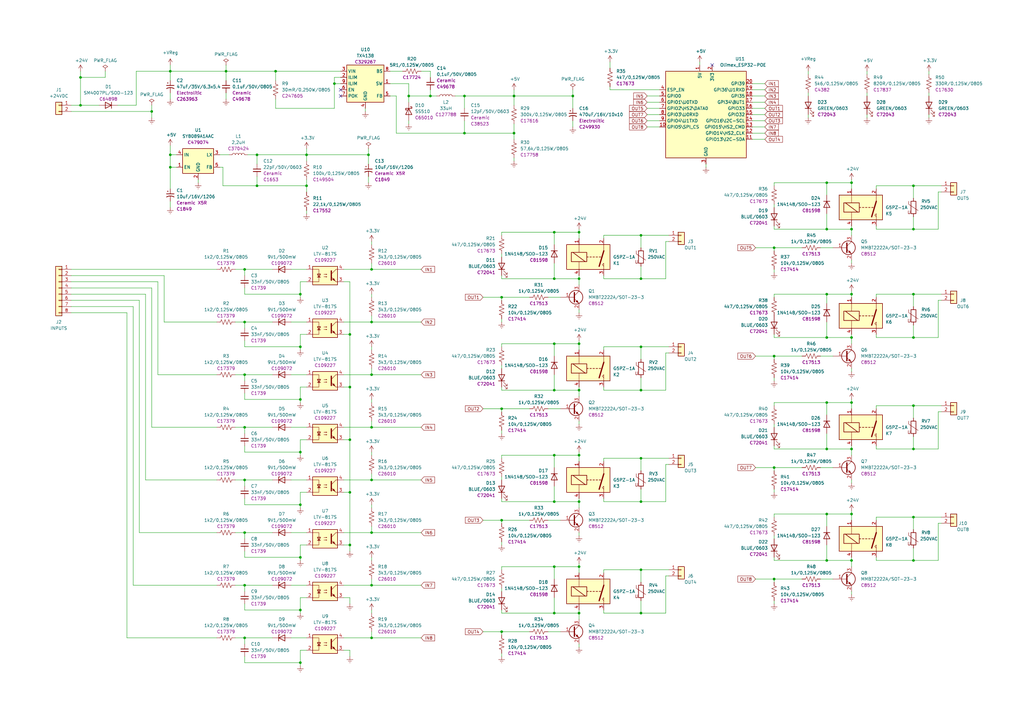
<source format=kicad_sch>
(kicad_sch (version 20211123) (generator eeschema)
  (paper "A3")
  (title_block (title "ESP 8x 24VDC Input 8x Relay Output Module") (date "2022-10-10") (rev "V1"))
  (junction (at 69.85 68.58))
  (junction (at 143.51 223.52))
  (junction (at 152.4 240.03))
  (junction (at 176.53 39.37))
  (junction (at 374.65 166.37))
  (junction (at 237.49 251.46))
  (junction (at 143.51 180.34))
  (junction (at 317.5 191.77))
  (junction (at 227.33 160.02))
  (junction (at 205.74 259.08))
  (junction (at 62.23 45.72))
  (junction (at 227.33 114.3))
  (junction (at 262.89 160.02))
  (junction (at 152.4 132.08))
  (junction (at 237.49 186.69))
  (junction (at 167.64 39.37))
  (junction (at 339.09 74.93))
  (junction (at 205.74 121.92))
  (junction (at 143.51 137.16))
  (junction (at 151.13 63.5))
  (junction (at 152.4 153.67))
  (junction (at 227.33 186.69))
  (junction (at 349.25 120.65))
  (junction (at 105.41 76.2))
  (junction (at 237.49 160.02))
  (junction (at 190.5 54.61))
  (junction (at 262.89 251.46))
  (junction (at 349.25 74.93))
  (junction (at 100.33 240.03))
  (junction (at 152.4 261.62))
  (junction (at 69.85 63.5))
  (junction (at 152.4 175.26))
  (junction (at 339.09 93.98))
  (junction (at 190.5 39.37))
  (junction (at 123.19 250.19))
  (junction (at 262.89 205.74))
  (junction (at 33.02 43.18))
  (junction (at 123.19 271.78))
  (junction (at 125.73 76.2))
  (junction (at 317.5 101.6))
  (junction (at 262.89 233.68))
  (junction (at 374.65 184.15))
  (junction (at 339.09 229.87))
  (junction (at 262.89 96.52))
  (junction (at 210.82 54.61))
  (junction (at 349.25 138.43))
  (junction (at 123.19 142.24))
  (junction (at 123.19 207.01))
  (junction (at 339.09 120.65))
  (junction (at 105.41 63.5))
  (junction (at 152.4 110.49))
  (junction (at 237.49 205.74))
  (junction (at 100.33 153.67))
  (junction (at 262.89 142.24))
  (junction (at 374.65 93.98))
  (junction (at 152.4 218.44))
  (junction (at 210.82 39.37))
  (junction (at 205.74 213.36))
  (junction (at 123.19 228.6))
  (junction (at 339.09 184.15))
  (junction (at 227.33 251.46))
  (junction (at 143.51 158.75))
  (junction (at 227.33 95.25))
  (junction (at 69.85 29.21))
  (junction (at 262.89 114.3))
  (junction (at 33.02 31.75))
  (junction (at 374.65 120.65))
  (junction (at 123.19 120.65))
  (junction (at 374.65 76.2))
  (junction (at 227.33 205.74))
  (junction (at 92.71 29.21))
  (junction (at 205.74 167.64))
  (junction (at 262.89 187.96))
  (junction (at 339.09 210.82))
  (junction (at 374.65 229.87))
  (junction (at 374.65 212.09))
  (junction (at 100.33 110.49))
  (junction (at 100.33 261.62))
  (junction (at 339.09 165.1))
  (junction (at 349.25 165.1))
  (junction (at 349.25 93.98))
  (junction (at 227.33 232.41))
  (junction (at 339.09 138.43))
  (junction (at 100.33 196.85))
  (junction (at 152.4 196.85))
  (junction (at 100.33 218.44))
  (junction (at 123.19 163.83))
  (junction (at 227.33 140.97))
  (junction (at 237.49 114.3))
  (junction (at 317.5 146.05))
  (junction (at 100.33 132.08))
  (junction (at 143.51 201.93))
  (junction (at 125.73 63.5))
  (junction (at 234.95 39.37))
  (junction (at 349.25 210.82))
  (junction (at 237.49 232.41))
  (junction (at 349.25 229.87))
  (junction (at 349.25 184.15))
  (junction (at 123.19 185.42))
  (junction (at 237.49 140.97))
  (junction (at 137.16 34.29))
  (junction (at 113.03 29.21))
  (junction (at 374.65 138.43))
  (junction (at 317.5 237.49))
  (junction (at 100.33 175.26))
  (junction (at 237.49 95.25))
  (no_connect (at 292.1 26.67))
  (no_connect (at 139.7 36.83))
  (no_connect (at 139.7 39.37))
  (wire (pts (xy 140.97 240.03) (xy 152.4 240.03)))
  (wire (pts (xy 125.73 73.66) (xy 125.73 76.2)))
  (wire (pts (xy 317.5 101.6) (xy 317.5 102.87)))
  (wire (pts (xy 331.47 46.99) (xy 331.47 48.26)))
  (wire (pts (xy 262.89 246.38) (xy 262.89 251.46)))
  (wire (pts (xy 247.65 96.52) (xy 262.89 96.52)))
  (wire (pts (xy 69.85 29.21) (xy 92.71 29.21)))
  (wire (pts (xy 339.09 215.9) (xy 339.09 210.82)))
  (wire (pts (xy 247.65 233.68) (xy 262.89 233.68)))
  (wire (pts (xy 119.38 240.03) (xy 125.73 240.03)))
  (wire (pts (xy 384.81 123.19) (xy 384.81 138.43)))
  (wire (pts (xy 265.43 52.07) (xy 270.51 52.07)))
  (wire (pts (xy 359.41 93.98) (xy 359.41 92.71)))
  (wire (pts (xy 96.52 110.49) (xy 100.33 110.49)))
  (wire (pts (xy 359.41 184.15) (xy 359.41 182.88)))
  (wire (pts (xy 160.02 34.29) (xy 167.64 34.29)))
  (wire (pts (xy 313.69 49.53) (xy 308.61 49.53)))
  (wire (pts (xy 105.41 76.2) (xy 125.73 76.2)))
  (wire (pts (xy 100.33 242.57) (xy 100.33 240.03)))
  (wire (pts (xy 250.19 36.83) (xy 270.51 36.83)))
  (wire (pts (xy 198.12 259.08) (xy 205.74 259.08)))
  (wire (pts (xy 100.33 156.21) (xy 100.33 153.67)))
  (wire (pts (xy 287.02 26.67) (xy 287.02 25.4)))
  (wire (pts (xy 190.5 54.61) (xy 210.82 54.61)))
  (wire (pts (xy 152.4 163.83) (xy 152.4 165.1)))
  (wire (pts (xy 205.74 167.64) (xy 205.74 168.91)))
  (wire (pts (xy 317.5 146.05) (xy 328.93 146.05)))
  (wire (pts (xy 355.6 46.99) (xy 355.6 48.26)))
  (wire (pts (xy 374.65 133.35) (xy 374.65 138.43)))
  (wire (pts (xy 123.19 245.11) (xy 123.19 250.19)))
  (wire (pts (xy 237.49 158.75) (xy 237.49 160.02)))
  (wire (pts (xy 262.89 109.22) (xy 262.89 114.3)))
  (wire (pts (xy 262.89 114.3) (xy 247.65 114.3)))
  (wire (pts (xy 313.69 41.91) (xy 308.61 41.91)))
  (wire (pts (xy 62.23 175.26) (xy 88.9 175.26)))
  (wire (pts (xy 349.25 151.13) (xy 349.25 152.4)))
  (wire (pts (xy 152.4 196.85) (xy 172.72 196.85)))
  (wire (pts (xy 160.02 29.21) (xy 165.1 29.21)))
  (wire (pts (xy 374.65 171.45) (xy 374.65 166.37)))
  (wire (pts (xy 317.5 74.93) (xy 339.09 74.93)))
  (wire (pts (xy 186.69 39.37) (xy 190.5 39.37)))
  (wire (pts (xy 64.77 115.57) (xy 64.77 153.67)))
  (wire (pts (xy 100.33 163.83) (xy 123.19 163.83)))
  (wire (pts (xy 273.05 251.46) (xy 262.89 251.46)))
  (wire (pts (xy 125.73 158.75) (xy 123.19 158.75)))
  (wire (pts (xy 247.65 114.3) (xy 247.65 113.03)))
  (wire (pts (xy 123.19 163.83) (xy 123.19 165.1)))
  (wire (pts (xy 317.5 146.05) (xy 317.5 147.32)))
  (wire (pts (xy 317.5 237.49) (xy 317.5 238.76)))
  (wire (pts (xy 237.49 172.72) (xy 237.49 173.99)))
  (wire (pts (xy 227.33 237.49) (xy 227.33 232.41)))
  (wire (pts (xy 125.73 180.34) (xy 123.19 180.34)))
  (wire (pts (xy 96.52 261.62) (xy 100.33 261.62)))
  (wire (pts (xy 359.41 166.37) (xy 359.41 167.64)))
  (wire (pts (xy 81.28 73.66) (xy 81.28 74.93)))
  (wire (pts (xy 125.73 60.96) (xy 125.73 63.5)))
  (wire (pts (xy 205.74 140.97) (xy 205.74 142.24)))
  (wire (pts (xy 227.33 186.69) (xy 237.49 186.69)))
  (wire (pts (xy 105.41 72.39) (xy 105.41 76.2)))
  (wire (pts (xy 100.33 247.65) (xy 100.33 250.19)))
  (wire (pts (xy 205.74 250.19) (xy 205.74 251.46)))
  (wire (pts (xy 234.95 36.83) (xy 234.95 39.37)))
  (wire (pts (xy 262.89 187.96) (xy 274.32 187.96)))
  (wire (pts (xy 359.41 76.2) (xy 374.65 76.2)))
  (wire (pts (xy 349.25 209.55) (xy 349.25 210.82)))
  (wire (pts (xy 62.23 118.11) (xy 62.23 175.26)))
  (wire (pts (xy 29.21 113.03) (xy 67.31 113.03)))
  (wire (pts (xy 123.19 250.19) (xy 123.19 251.46)))
  (wire (pts (xy 349.25 163.83) (xy 349.25 165.1)))
  (wire (pts (xy 123.19 142.24) (xy 123.19 143.51)))
  (wire (pts (xy 374.65 138.43) (xy 359.41 138.43)))
  (wire (pts (xy 140.97 218.44) (xy 152.4 218.44)))
  (wire (pts (xy 152.4 207.01) (xy 152.4 208.28)))
  (wire (pts (xy 381 39.37) (xy 381 38.1)))
  (wire (pts (xy 152.4 261.62) (xy 172.72 261.62)))
  (wire (pts (xy 386.08 78.74) (xy 384.81 78.74)))
  (wire (pts (xy 349.25 229.87) (xy 349.25 232.41)))
  (wire (pts (xy 205.74 95.25) (xy 227.33 95.25)))
  (wire (pts (xy 317.5 184.15) (xy 339.09 184.15)))
  (wire (pts (xy 152.4 110.49) (xy 172.72 110.49)))
  (wire (pts (xy 152.4 142.24) (xy 152.4 143.51)))
  (wire (pts (xy 143.51 266.7) (xy 143.51 269.24)))
  (wire (pts (xy 100.33 269.24) (xy 100.33 271.78)))
  (wire (pts (xy 237.49 218.44) (xy 237.49 219.71)))
  (wire (pts (xy 140.97 137.16) (xy 143.51 137.16)))
  (wire (pts (xy 162.56 39.37) (xy 162.56 54.61)))
  (wire (pts (xy 227.33 251.46) (xy 237.49 251.46)))
  (wire (pts (xy 205.74 113.03) (xy 205.74 114.3)))
  (wire (pts (xy 317.5 83.82) (xy 317.5 85.09)))
  (wire (pts (xy 119.38 218.44) (xy 125.73 218.44)))
  (wire (pts (xy 140.97 175.26) (xy 152.4 175.26)))
  (wire (pts (xy 374.65 166.37) (xy 386.08 166.37)))
  (wire (pts (xy 355.6 39.37) (xy 355.6 38.1)))
  (wire (pts (xy 265.43 39.37) (xy 270.51 39.37)))
  (wire (pts (xy 237.49 185.42) (xy 237.49 186.69)))
  (wire (pts (xy 339.09 87.63) (xy 339.09 93.98)))
  (wire (pts (xy 262.89 101.6) (xy 262.89 96.52)))
  (wire (pts (xy 92.71 29.21) (xy 92.71 33.02)))
  (wire (pts (xy 100.33 261.62) (xy 111.76 261.62)))
  (wire (pts (xy 100.33 132.08) (xy 111.76 132.08)))
  (wire (pts (xy 152.4 151.13) (xy 152.4 153.67)))
  (wire (pts (xy 273.05 99.06) (xy 273.05 114.3)))
  (wire (pts (xy 237.49 186.69) (xy 237.49 189.23)))
  (wire (pts (xy 262.89 193.04) (xy 262.89 187.96)))
  (wire (pts (xy 123.19 207.01) (xy 123.19 208.28)))
  (wire (pts (xy 339.09 80.01) (xy 339.09 74.93)))
  (wire (pts (xy 224.79 121.92) (xy 229.87 121.92)))
  (wire (pts (xy 349.25 196.85) (xy 349.25 198.12)))
  (wire (pts (xy 274.32 99.06) (xy 273.05 99.06)))
  (wire (pts (xy 125.73 63.5) (xy 125.73 66.04)))
  (wire (pts (xy 227.33 146.05) (xy 227.33 140.97)))
  (wire (pts (xy 176.53 39.37) (xy 176.53 36.83)))
  (wire (pts (xy 96.52 132.08) (xy 100.33 132.08)))
  (wire (pts (xy 92.71 26.67) (xy 92.71 29.21)))
  (wire (pts (xy 100.33 185.42) (xy 123.19 185.42)))
  (wire (pts (xy 205.74 195.58) (xy 205.74 196.85)))
  (wire (pts (xy 205.74 259.08) (xy 217.17 259.08)))
  (wire (pts (xy 100.33 142.24) (xy 123.19 142.24)))
  (wire (pts (xy 151.13 72.39) (xy 151.13 74.93)))
  (wire (pts (xy 359.41 138.43) (xy 359.41 137.16)))
  (wire (pts (xy 140.97 261.62) (xy 152.4 261.62)))
  (wire (pts (xy 152.4 185.42) (xy 152.4 186.69)))
  (wire (pts (xy 198.12 167.64) (xy 205.74 167.64)))
  (wire (pts (xy 317.5 210.82) (xy 339.09 210.82)))
  (wire (pts (xy 374.65 120.65) (xy 386.08 120.65)))
  (wire (pts (xy 349.25 74.93) (xy 349.25 77.47)))
  (wire (pts (xy 123.19 137.16) (xy 123.19 142.24)))
  (wire (pts (xy 349.25 182.88) (xy 349.25 184.15)))
  (wire (pts (xy 105.41 63.5) (xy 125.73 63.5)))
  (wire (pts (xy 349.25 73.66) (xy 349.25 74.93)))
  (wire (pts (xy 113.03 44.45) (xy 137.16 44.45)))
  (wire (pts (xy 237.49 264.16) (xy 237.49 265.43)))
  (wire (pts (xy 262.89 238.76) (xy 262.89 233.68)))
  (wire (pts (xy 125.73 245.11) (xy 123.19 245.11)))
  (wire (pts (xy 262.89 233.68) (xy 274.32 233.68)))
  (wire (pts (xy 227.33 153.67) (xy 227.33 160.02)))
  (wire (pts (xy 317.5 237.49) (xy 328.93 237.49)))
  (wire (pts (xy 317.5 219.71) (xy 317.5 220.98)))
  (wire (pts (xy 55.88 43.18) (xy 55.88 29.21)))
  (wire (pts (xy 100.33 264.16) (xy 100.33 261.62)))
  (wire (pts (xy 309.88 237.49) (xy 317.5 237.49)))
  (wire (pts (xy 205.74 104.14) (xy 205.74 105.41)))
  (wire (pts (xy 237.49 250.19) (xy 237.49 251.46)))
  (wire (pts (xy 29.21 128.27) (xy 52.07 128.27)))
  (wire (pts (xy 205.74 232.41) (xy 205.74 233.68)))
  (wire (pts (xy 123.19 223.52) (xy 123.19 228.6)))
  (wire (pts (xy 317.5 191.77) (xy 317.5 193.04)))
  (wire (pts (xy 100.33 118.11) (xy 100.33 120.65)))
  (wire (pts (xy 100.33 161.29) (xy 100.33 163.83)))
  (wire (pts (xy 100.33 204.47) (xy 100.33 207.01)))
  (wire (pts (xy 384.81 168.91) (xy 384.81 184.15)))
  (wire (pts (xy 69.85 82.55) (xy 69.85 85.09)))
  (wire (pts (xy 339.09 170.18) (xy 339.09 165.1)))
  (wire (pts (xy 270.51 49.53) (xy 265.43 49.53)))
  (wire (pts (xy 152.4 129.54) (xy 152.4 132.08)))
  (wire (pts (xy 210.82 39.37) (xy 210.82 43.18)))
  (wire (pts (xy 349.25 165.1) (xy 349.25 167.64)))
  (wire (pts (xy 143.51 115.57) (xy 143.51 137.16)))
  (wire (pts (xy 140.97 223.52) (xy 143.51 223.52)))
  (wire (pts (xy 137.16 44.45) (xy 137.16 34.29)))
  (wire (pts (xy 29.21 43.18) (xy 33.02 43.18)))
  (wire (pts (xy 100.33 226.06) (xy 100.33 228.6)))
  (wire (pts (xy 262.89 251.46) (xy 247.65 251.46)))
  (wire (pts (xy 250.19 25.4) (xy 250.19 27.94)))
  (wire (pts (xy 384.81 214.63) (xy 384.81 229.87)))
  (wire (pts (xy 62.23 43.18) (xy 62.23 45.72)))
  (wire (pts (xy 374.65 229.87) (xy 359.41 229.87)))
  (wire (pts (xy 64.77 153.67) (xy 88.9 153.67)))
  (wire (pts (xy 43.18 31.75) (xy 33.02 31.75)))
  (wire (pts (xy 205.74 121.92) (xy 205.74 123.19)))
  (wire (pts (xy 317.5 74.93) (xy 317.5 76.2)))
  (wire (pts (xy 317.5 92.71) (xy 317.5 93.98)))
  (wire (pts (xy 152.4 153.67) (xy 172.72 153.67)))
  (wire (pts (xy 336.55 146.05) (xy 341.63 146.05)))
  (wire (pts (xy 90.17 68.58) (xy 91.44 68.58)))
  (wire (pts (xy 224.79 259.08) (xy 229.87 259.08)))
  (wire (pts (xy 48.26 43.18) (xy 55.88 43.18)))
  (wire (pts (xy 67.31 132.08) (xy 88.9 132.08)))
  (wire (pts (xy 355.6 29.21) (xy 355.6 30.48)))
  (wire (pts (xy 205.74 121.92) (xy 217.17 121.92)))
  (wire (pts (xy 69.85 59.69) (xy 69.85 63.5)))
  (wire (pts (xy 309.88 191.77) (xy 317.5 191.77)))
  (wire (pts (xy 152.4 215.9) (xy 152.4 218.44)))
  (wire (pts (xy 52.07 261.62) (xy 88.9 261.62)))
  (wire (pts (xy 205.74 204.47) (xy 205.74 205.74)))
  (wire (pts (xy 265.43 44.45) (xy 270.51 44.45)))
  (wire (pts (xy 384.81 229.87) (xy 374.65 229.87)))
  (wire (pts (xy 152.4 237.49) (xy 152.4 240.03)))
  (wire (pts (xy 359.41 76.2) (xy 359.41 77.47)))
  (wire (pts (xy 339.09 74.93) (xy 349.25 74.93)))
  (wire (pts (xy 167.64 49.53) (xy 167.64 50.8)))
  (wire (pts (xy 123.19 158.75) (xy 123.19 163.83)))
  (wire (pts (xy 384.81 184.15) (xy 374.65 184.15)))
  (wire (pts (xy 313.69 39.37) (xy 308.61 39.37)))
  (wire (pts (xy 339.09 177.8) (xy 339.09 184.15)))
  (wire (pts (xy 152.4 175.26) (xy 172.72 175.26)))
  (wire (pts (xy 143.51 201.93) (xy 143.51 223.52)))
  (wire (pts (xy 151.13 60.96) (xy 151.13 63.5)))
  (wire (pts (xy 247.65 233.68) (xy 247.65 234.95)))
  (wire (pts (xy 349.25 106.68) (xy 349.25 107.95)))
  (wire (pts (xy 349.25 93.98) (xy 349.25 96.52)))
  (wire (pts (xy 59.69 196.85) (xy 88.9 196.85)))
  (wire (pts (xy 374.65 212.09) (xy 386.08 212.09)))
  (wire (pts (xy 123.19 228.6) (xy 123.19 229.87)))
  (wire (pts (xy 317.5 182.88) (xy 317.5 184.15)))
  (wire (pts (xy 69.85 68.58) (xy 72.39 68.58)))
  (wire (pts (xy 205.74 95.25) (xy 205.74 96.52)))
  (wire (pts (xy 317.5 101.6) (xy 328.93 101.6)))
  (wire (pts (xy 386.08 214.63) (xy 384.81 214.63)))
  (wire (pts (xy 339.09 124.46) (xy 339.09 120.65)))
  (wire (pts (xy 123.19 266.7) (xy 123.19 271.78)))
  (wire (pts (xy 198.12 213.36) (xy 205.74 213.36)))
  (wire (pts (xy 123.19 201.93) (xy 123.19 207.01)))
  (wire (pts (xy 100.33 139.7) (xy 100.33 142.24)))
  (wire (pts (xy 152.4 194.31) (xy 152.4 196.85)))
  (wire (pts (xy 205.74 130.81) (xy 205.74 132.08)))
  (wire (pts (xy 100.33 177.8) (xy 100.33 175.26)))
  (wire (pts (xy 313.69 46.99) (xy 308.61 46.99)))
  (wire (pts (xy 247.65 187.96) (xy 262.89 187.96)))
  (wire (pts (xy 119.38 110.49) (xy 125.73 110.49)))
  (wire (pts (xy 374.65 179.07) (xy 374.65 184.15)))
  (wire (pts (xy 374.65 88.9) (xy 374.65 93.98)))
  (wire (pts (xy 100.33 110.49) (xy 111.76 110.49)))
  (wire (pts (xy 349.25 138.43) (xy 349.25 140.97)))
  (wire (pts (xy 96.52 196.85) (xy 100.33 196.85)))
  (wire (pts (xy 227.33 107.95) (xy 227.33 114.3)))
  (wire (pts (xy 143.51 223.52) (xy 143.51 226.06)))
  (wire (pts (xy 262.89 154.94) (xy 262.89 160.02)))
  (wire (pts (xy 92.71 38.1) (xy 92.71 40.64)))
  (wire (pts (xy 176.53 29.21) (xy 176.53 31.75)))
  (wire (pts (xy 90.17 63.5) (xy 93.98 63.5)))
  (wire (pts (xy 381 29.21) (xy 381 30.48)))
  (wire (pts (xy 205.74 160.02) (xy 227.33 160.02)))
  (wire (pts (xy 140.97 132.08) (xy 152.4 132.08)))
  (wire (pts (xy 167.64 39.37) (xy 176.53 39.37)))
  (wire (pts (xy 317.5 173.99) (xy 317.5 175.26)))
  (wire (pts (xy 374.65 184.15) (xy 359.41 184.15)))
  (wire (pts (xy 205.74 186.69) (xy 227.33 186.69)))
  (wire (pts (xy 100.33 240.03) (xy 111.76 240.03)))
  (wire (pts (xy 384.81 93.98) (xy 374.65 93.98)))
  (wire (pts (xy 374.65 224.79) (xy 374.65 229.87)))
  (wire (pts (xy 339.09 229.87) (xy 349.25 229.87)))
  (wire (pts (xy 125.73 266.7) (xy 123.19 266.7)))
  (wire (pts (xy 140.97 266.7) (xy 143.51 266.7)))
  (wire (pts (xy 374.65 93.98) (xy 359.41 93.98)))
  (wire (pts (xy 190.5 39.37) (xy 190.5 44.45)))
  (wire (pts (xy 100.33 250.19) (xy 123.19 250.19)))
  (wire (pts (xy 172.72 29.21) (xy 176.53 29.21)))
  (wire (pts (xy 265.43 46.99) (xy 270.51 46.99)))
  (wire (pts (xy 247.65 142.24) (xy 262.89 142.24)))
  (wire (pts (xy 247.65 205.74) (xy 247.65 204.47)))
  (wire (pts (xy 237.49 140.97) (xy 237.49 143.51)))
  (wire (pts (xy 91.44 76.2) (xy 105.41 76.2)))
  (wire (pts (xy 140.97 201.93) (xy 143.51 201.93)))
  (wire (pts (xy 152.4 120.65) (xy 152.4 121.92)))
  (wire (pts (xy 317.5 154.94) (xy 317.5 156.21)))
  (wire (pts (xy 237.49 231.14) (xy 237.49 232.41)))
  (wire (pts (xy 313.69 54.61) (xy 308.61 54.61)))
  (wire (pts (xy 317.5 120.65) (xy 339.09 120.65)))
  (wire (pts (xy 125.73 201.93) (xy 123.19 201.93)))
  (wire (pts (xy 336.55 237.49) (xy 341.63 237.49)))
  (wire (pts (xy 237.49 114.3) (xy 237.49 116.84)))
  (wire (pts (xy 247.65 160.02) (xy 247.65 158.75)))
  (wire (pts (xy 190.5 54.61) (xy 190.5 49.53)))
  (wire (pts (xy 205.74 176.53) (xy 205.74 177.8)))
  (wire (pts (xy 317.5 191.77) (xy 328.93 191.77)))
  (wire (pts (xy 100.33 153.67) (xy 111.76 153.67)))
  (wire (pts (xy 237.49 160.02) (xy 237.49 162.56)))
  (wire (pts (xy 224.79 167.64) (xy 229.87 167.64)))
  (wire (pts (xy 336.55 191.77) (xy 341.63 191.77)))
  (wire (pts (xy 54.61 125.73) (xy 54.61 240.03)))
  (wire (pts (xy 100.33 196.85) (xy 111.76 196.85)))
  (wire (pts (xy 317.5 93.98) (xy 339.09 93.98)))
  (wire (pts (xy 317.5 137.16) (xy 317.5 138.43)))
  (wire (pts (xy 96.52 175.26) (xy 100.33 175.26)))
  (wire (pts (xy 29.21 123.19) (xy 57.15 123.19)))
  (wire (pts (xy 57.15 218.44) (xy 88.9 218.44)))
  (wire (pts (xy 205.74 222.25) (xy 205.74 223.52)))
  (wire (pts (xy 227.33 245.11) (xy 227.33 251.46)))
  (wire (pts (xy 151.13 67.31) (xy 151.13 63.5)))
  (wire (pts (xy 317.5 210.82) (xy 317.5 212.09)))
  (wire (pts (xy 359.41 120.65) (xy 374.65 120.65)))
  (wire (pts (xy 273.05 144.78) (xy 273.05 160.02)))
  (wire (pts (xy 29.21 118.11) (xy 62.23 118.11)))
  (wire (pts (xy 317.5 246.38) (xy 317.5 247.65)))
  (wire (pts (xy 29.21 120.65) (xy 59.69 120.65)))
  (wire (pts (xy 167.64 39.37) (xy 167.64 41.91)))
  (wire (pts (xy 96.52 153.67) (xy 100.33 153.67)))
  (wire (pts (xy 381 46.99) (xy 381 48.26)))
  (wire (pts (xy 205.74 241.3) (xy 205.74 242.57)))
  (wire (pts (xy 140.97 158.75) (xy 143.51 158.75)))
  (wire (pts (xy 247.65 187.96) (xy 247.65 189.23)))
  (wire (pts (xy 152.4 172.72) (xy 152.4 175.26)))
  (wire (pts (xy 349.25 137.16) (xy 349.25 138.43)))
  (wire (pts (xy 105.41 63.5) (xy 105.41 67.31)))
  (wire (pts (xy 374.65 76.2) (xy 386.08 76.2)))
  (wire (pts (xy 317.5 165.1) (xy 317.5 166.37)))
  (wire (pts (xy 237.49 127) (xy 237.49 128.27)))
  (wire (pts (xy 317.5 110.49) (xy 317.5 111.76)))
  (wire (pts (xy 384.81 78.74) (xy 384.81 93.98)))
  (wire (pts (xy 100.33 207.01) (xy 123.19 207.01)))
  (wire (pts (xy 374.65 81.28) (xy 374.65 76.2)))
  (wire (pts (xy 331.47 39.37) (xy 331.47 38.1)))
  (wire (pts (xy 152.4 228.6) (xy 152.4 229.87)))
  (wire (pts (xy 143.51 245.11) (xy 143.51 247.65)))
  (wire (pts (xy 317.5 229.87) (xy 339.09 229.87)))
  (wire (pts (xy 119.38 261.62) (xy 125.73 261.62)))
  (wire (pts (xy 29.21 45.72) (xy 62.23 45.72)))
  (wire (pts (xy 69.85 63.5) (xy 72.39 63.5)))
  (wire (pts (xy 349.25 210.82) (xy 349.25 213.36)))
  (wire (pts (xy 262.89 160.02) (xy 247.65 160.02)))
  (wire (pts (xy 262.89 142.24) (xy 274.32 142.24)))
  (wire (pts (xy 313.69 36.83) (xy 308.61 36.83)))
  (wire (pts (xy 210.82 64.77) (xy 210.82 66.04)))
  (wire (pts (xy 55.88 29.21) (xy 69.85 29.21)))
  (wire (pts (xy 227.33 140.97) (xy 237.49 140.97)))
  (wire (pts (xy 101.6 63.5) (xy 105.41 63.5)))
  (wire (pts (xy 349.25 184.15) (xy 349.25 186.69)))
  (wire (pts (xy 100.33 271.78) (xy 123.19 271.78)))
  (wire (pts (xy 29.21 115.57) (xy 64.77 115.57)))
  (wire (pts (xy 317.5 228.6) (xy 317.5 229.87)))
  (wire (pts (xy 227.33 114.3) (xy 237.49 114.3)))
  (wire (pts (xy 113.03 40.64) (xy 113.03 44.45)))
  (wire (pts (xy 162.56 54.61) (xy 190.5 54.61)))
  (wire (pts (xy 227.33 205.74) (xy 237.49 205.74)))
  (wire (pts (xy 143.51 158.75) (xy 143.51 180.34)))
  (wire (pts (xy 317.5 120.65) (xy 317.5 121.92)))
  (wire (pts (xy 100.33 199.39) (xy 100.33 196.85)))
  (wire (pts (xy 339.09 120.65) (xy 349.25 120.65)))
  (wire (pts (xy 349.25 242.57) (xy 349.25 243.84)))
  (wire (pts (xy 317.5 200.66) (xy 317.5 201.93)))
  (wire (pts (xy 237.49 113.03) (xy 237.49 114.3)))
  (wire (pts (xy 123.19 271.78) (xy 123.19 273.05)))
  (wire (pts (xy 273.05 236.22) (xy 273.05 251.46)))
  (wire (pts (xy 113.03 29.21) (xy 113.03 33.02)))
  (wire (pts (xy 210.82 54.61) (xy 210.82 57.15)))
  (wire (pts (xy 205.74 232.41) (xy 227.33 232.41)))
  (wire (pts (xy 359.41 229.87) (xy 359.41 228.6)))
  (wire (pts (xy 92.71 29.21) (xy 113.03 29.21)))
  (wire (pts (xy 205.74 114.3) (xy 227.33 114.3)))
  (wire (pts (xy 317.5 165.1) (xy 339.09 165.1)))
  (wire (pts (xy 123.19 185.42) (xy 123.19 186.69)))
  (wire (pts (xy 140.97 245.11) (xy 143.51 245.11)))
  (wire (pts (xy 137.16 34.29) (xy 137.16 31.75)))
  (wire (pts (xy 349.25 228.6) (xy 349.25 229.87)))
  (wire (pts (xy 152.4 250.19) (xy 152.4 251.46)))
  (wire (pts (xy 33.02 29.21) (xy 33.02 31.75)))
  (wire (pts (xy 205.74 149.86) (xy 205.74 151.13)))
  (wire (pts (xy 227.33 100.33) (xy 227.33 95.25)))
  (wire (pts (xy 205.74 213.36) (xy 217.17 213.36)))
  (wire (pts (xy 309.88 146.05) (xy 317.5 146.05)))
  (wire (pts (xy 374.65 125.73) (xy 374.65 120.65)))
  (wire (pts (xy 69.85 63.5) (xy 69.85 68.58)))
  (wire (pts (xy 167.64 34.29) (xy 167.64 39.37)))
  (wire (pts (xy 273.05 190.5) (xy 273.05 205.74)))
  (wire (pts (xy 125.73 76.2) (xy 125.73 78.74)))
  (wire (pts (xy 359.41 120.65) (xy 359.41 121.92)))
  (wire (pts (xy 140.97 110.49) (xy 152.4 110.49)))
  (wire (pts (xy 205.74 158.75) (xy 205.74 160.02)))
  (wire (pts (xy 152.4 132.08) (xy 172.72 132.08)))
  (wire (pts (xy 96.52 240.03) (xy 100.33 240.03)))
  (wire (pts (xy 69.85 68.58) (xy 69.85 77.47)))
  (wire (pts (xy 227.33 191.77) (xy 227.33 186.69)))
  (wire (pts (xy 250.19 35.56) (xy 250.19 36.83)))
  (wire (pts (xy 262.89 96.52) (xy 274.32 96.52)))
  (wire (pts (xy 152.4 107.95) (xy 152.4 110.49)))
  (wire (pts (xy 359.41 212.09) (xy 359.41 213.36)))
  (wire (pts (xy 237.49 93.98) (xy 237.49 95.25)))
  (wire (pts (xy 125.73 223.52) (xy 123.19 223.52)))
  (wire (pts (xy 386.08 168.91) (xy 384.81 168.91)))
  (wire (pts (xy 140.97 115.57) (xy 143.51 115.57)))
  (wire (pts (xy 176.53 39.37) (xy 179.07 39.37)))
  (wire (pts (xy 262.89 147.32) (xy 262.89 142.24)))
  (wire (pts (xy 205.74 213.36) (xy 205.74 214.63)))
  (wire (pts (xy 100.33 220.98) (xy 100.33 218.44)))
  (wire (pts (xy 205.74 259.08) (xy 205.74 260.35)))
  (wire (pts (xy 227.33 232.41) (xy 237.49 232.41)))
  (wire (pts (xy 237.49 139.7) (xy 237.49 140.97)))
  (wire (pts (xy 205.74 167.64) (xy 217.17 167.64)))
  (wire (pts (xy 234.95 49.53) (xy 234.95 52.07)))
  (wire (pts (xy 143.51 180.34) (xy 143.51 201.93)))
  (wire (pts (xy 247.65 96.52) (xy 247.65 97.79)))
  (wire (pts (xy 137.16 31.75) (xy 139.7 31.75)))
  (wire (pts (xy 198.12 121.92) (xy 205.74 121.92)))
  (wire (pts (xy 119.38 175.26) (xy 125.73 175.26)))
  (wire (pts (xy 123.19 180.34) (xy 123.19 185.42)))
  (wire (pts (xy 374.65 217.17) (xy 374.65 212.09)))
  (wire (pts (xy 119.38 153.67) (xy 125.73 153.67)))
  (wire (pts (xy 339.09 184.15) (xy 349.25 184.15)))
  (wire (pts (xy 237.49 232.41) (xy 237.49 234.95)))
  (wire (pts (xy 205.74 205.74) (xy 227.33 205.74)))
  (wire (pts (xy 69.85 38.1) (xy 69.85 40.64)))
  (wire (pts (xy 339.09 165.1) (xy 349.25 165.1)))
  (wire (pts (xy 113.03 29.21) (xy 139.7 29.21)))
  (wire (pts (xy 289.56 68.58) (xy 289.56 67.31)))
  (wire (pts (xy 43.18 29.21) (xy 43.18 31.75)))
  (wire (pts (xy 96.52 218.44) (xy 100.33 218.44)))
  (wire (pts (xy 262.89 205.74) (xy 247.65 205.74)))
  (wire (pts (xy 247.65 142.24) (xy 247.65 143.51)))
  (wire (pts (xy 313.69 44.45) (xy 308.61 44.45)))
  (wire (pts (xy 237.49 251.46) (xy 237.49 254)))
  (wire (pts (xy 100.33 218.44) (xy 111.76 218.44)))
  (wire (pts (xy 339.09 223.52) (xy 339.09 229.87)))
  (wire (pts (xy 140.97 153.67) (xy 152.4 153.67)))
  (wire (pts (xy 247.65 251.46) (xy 247.65 250.19)))
  (wire (pts (xy 29.21 110.49) (xy 88.9 110.49)))
  (wire (pts (xy 339.09 138.43) (xy 349.25 138.43)))
  (wire (pts (xy 274.32 236.22) (xy 273.05 236.22)))
  (wire (pts (xy 205.74 140.97) (xy 227.33 140.97)))
  (wire (pts (xy 52.07 128.27) (xy 52.07 261.62)))
  (wire (pts (xy 152.4 240.03) (xy 172.72 240.03)))
  (wire (pts (xy 317.5 138.43) (xy 339.09 138.43)))
  (wire (pts (xy 273.05 205.74) (xy 262.89 205.74)))
  (wire (pts (xy 125.73 137.16) (xy 123.19 137.16)))
  (wire (pts (xy 33.02 31.75) (xy 33.02 43.18)))
  (wire (pts (xy 100.33 134.62) (xy 100.33 132.08)))
  (wire (pts (xy 33.02 43.18) (xy 40.64 43.18)))
  (wire (pts (xy 100.33 175.26) (xy 111.76 175.26)))
  (wire (pts (xy 100.33 228.6) (xy 123.19 228.6)))
  (wire (pts (xy 69.85 26.67) (xy 69.85 29.21)))
  (wire (pts (xy 349.25 120.65) (xy 349.25 121.92)))
  (wire (pts (xy 234.95 44.45) (xy 234.95 39.37)))
  (wire (pts (xy 237.49 205.74) (xy 237.49 208.28)))
  (wire (pts (xy 274.32 190.5) (xy 273.05 190.5)))
  (wire (pts (xy 140.97 180.34) (xy 143.51 180.34)))
  (wire (pts (xy 262.89 200.66) (xy 262.89 205.74)))
  (wire (pts (xy 227.33 95.25) (xy 237.49 95.25)))
  (wire (pts (xy 205.74 251.46) (xy 227.33 251.46)))
  (wire (pts (xy 309.88 101.6) (xy 317.5 101.6)))
  (wire (pts (xy 100.33 113.03) (xy 100.33 110.49)))
  (wire (pts (xy 100.33 182.88) (xy 100.33 185.42)))
  (wire (pts (xy 339.09 210.82) (xy 349.25 210.82)))
  (wire (pts (xy 140.97 196.85) (xy 152.4 196.85)))
  (wire (pts (xy 359.41 212.09) (xy 374.65 212.09)))
  (wire (pts (xy 91.44 68.58) (xy 91.44 76.2)))
  (wire (pts (xy 205.74 267.97) (xy 205.74 269.24)))
  (wire (pts (xy 339.09 132.08) (xy 339.09 138.43)))
  (wire (pts (xy 308.61 34.29) (xy 313.69 34.29)))
  (wire (pts (xy 273.05 114.3) (xy 262.89 114.3)))
  (wire (pts (xy 143.51 137.16) (xy 143.51 158.75)))
  (wire (pts (xy 125.73 115.57) (xy 123.19 115.57)))
  (wire (pts (xy 123.19 115.57) (xy 123.19 120.65)))
  (wire (pts (xy 237.49 95.25) (xy 237.49 97.79)))
  (wire (pts (xy 152.4 259.08) (xy 152.4 261.62)))
  (wire (pts (xy 349.25 92.71) (xy 349.25 93.98)))
  (wire (pts (xy 359.41 166.37) (xy 374.65 166.37)))
  (wire (pts (xy 386.08 123.19) (xy 384.81 123.19)))
  (wire (pts (xy 227.33 199.39) (xy 227.33 205.74)))
  (wire (pts (xy 57.15 123.19) (xy 57.15 218.44)))
  (wire (pts (xy 273.05 160.02) (xy 262.89 160.02)))
  (wire (pts (xy 349.25 119.38) (xy 349.25 120.65)))
  (wire (pts (xy 149.86 44.45) (xy 149.86 45.72)))
  (wire (pts (xy 29.21 125.73) (xy 54.61 125.73)))
  (wire (pts (xy 54.61 240.03) (xy 88.9 240.03)))
  (wire (pts (xy 119.38 196.85) (xy 125.73 196.85)))
  (wire (pts (xy 265.43 41.91) (xy 270.51 41.91)))
  (wire (pts (xy 227.33 160.02) (xy 237.49 160.02)))
  (wire (pts (xy 69.85 29.21) (xy 69.85 33.02)))
  (wire (pts (xy 313.69 57.15) (xy 308.61 57.15)))
  (wire (pts (xy 234.95 39.37) (xy 210.82 39.37)))
  (wire (pts (xy 67.31 113.03) (xy 67.31 132.08)))
  (wire (pts (xy 336.55 101.6) (xy 341.63 101.6)))
  (wire (pts (xy 274.32 144.78) (xy 273.05 144.78)))
  (wire (pts (xy 331.47 29.21) (xy 331.47 30.48)))
  (wire (pts (xy 59.69 120.65) (xy 59.69 196.85)))
  (wire (pts (xy 119.38 132.08) (xy 125.73 132.08)))
  (wire (pts (xy 100.33 120.65) (xy 123.19 120.65)))
  (wire (pts (xy 210.82 39.37) (xy 190.5 39.37)))
  (wire (pts (xy 123.19 120.65) (xy 123.19 121.92)))
  (wire (pts (xy 137.16 34.29) (xy 139.7 34.29)))
  (wire (pts (xy 62.23 45.72) (xy 62.23 48.26)))
  (wire (pts (xy 160.02 39.37) (xy 162.56 39.37)))
  (wire (pts (xy 237.49 204.47) (xy 237.49 205.74)))
  (wire (pts (xy 125.73 86.36) (xy 125.73 87.63)))
  (wire (pts (xy 339.09 93.98) (xy 349.25 93.98)))
  (wire (pts (xy 210.82 50.8) (xy 210.82 54.61)))
  (wire (pts (xy 210.82 36.83) (xy 210.82 39.37)))
  (wire (pts (xy 205.74 186.69) (xy 205.74 187.96)))
  (wire (pts (xy 313.69 52.07) (xy 308.61 52.07)))
  (wire (pts (xy 152.4 218.44) (xy 172.72 218.44)))
  (wire (pts (xy 384.81 138.43) (xy 374.65 138.43)))
  (wire (pts (xy 224.79 213.36) (xy 229.87 213.36)))
  (wire (pts (xy 151.13 63.5) (xy 125.73 63.5)))
  (wire (pts (xy 152.4 99.06) (xy 152.4 100.33)))
  (global_label "OUT2" (shape input) (at 313.69 46.99 0) (property "Intersheet References" "${INTERSHEET_REFS}" (effects hide)))
  (global_label "IN8" (shape input) (at 313.69 54.61 0) (property "Intersheet References" "${INTERSHEET_REFS}" (effects hide)))
  (global_label "IN2" (shape input) (at 172.72 132.08 0) (property "Intersheet References" "${INTERSHEET_REFS}" (effects hide)))
  (global_label "OUT6" (shape input) (at 309.88 146.05 180) (property "Intersheet References" "${INTERSHEET_REFS}" (effects hide)))
  (global_label "OUT3" (shape input) (at 313.69 49.53 0) (property "Intersheet References" "${INTERSHEET_REFS}" (effects hide)))
  (global_label "IN8" (shape input) (at 172.72 261.62 0) (property "Intersheet References" "${INTERSHEET_REFS}" (effects hide)))
  (global_label "OUT5" (shape input) (at 309.88 101.6 180) (property "Intersheet References" "${INTERSHEET_REFS}" (effects hide)))
  (global_label "OUT8" (shape input) (at 265.43 52.07 180) (property "Intersheet References" "${INTERSHEET_REFS}" (effects hide)))
  (global_label "OUT8" (shape input) (at 309.88 237.49 180) (property "Intersheet References" "${INTERSHEET_REFS}" (effects hide)))
  (global_label "OUT2" (shape input) (at 198.12 167.64 180) (property "Intersheet References" "${INTERSHEET_REFS}" (effects hide)))
  (global_label "IN6" (shape input) (at 172.72 218.44 0) (property "Intersheet References" "${INTERSHEET_REFS}" (effects hide)))
  (global_label "OUT3" (shape input) (at 198.12 213.36 180) (property "Intersheet References" "${INTERSHEET_REFS}" (effects hide)))
  (global_label "OUT4" (shape input) (at 313.69 57.15 0) (property "Intersheet References" "${INTERSHEET_REFS}" (effects hide)))
  (global_label "IN1" (shape input) (at 313.69 34.29 0) (property "Intersheet References" "${INTERSHEET_REFS}" (effects hide)))
  (global_label "OUT7" (shape input) (at 265.43 46.99 180) (property "Intersheet References" "${INTERSHEET_REFS}" (effects hide)))
  (global_label "IN3" (shape input) (at 313.69 39.37 0) (property "Intersheet References" "${INTERSHEET_REFS}" (effects hide)))
  (global_label "IN5" (shape input) (at 172.72 196.85 0) (property "Intersheet References" "${INTERSHEET_REFS}" (effects hide)))
  (global_label "IN1" (shape input) (at 172.72 110.49 0) (property "Intersheet References" "${INTERSHEET_REFS}" (effects hide)))
  (global_label "OUT5" (shape input) (at 265.43 44.45 180) (property "Intersheet References" "${INTERSHEET_REFS}" (effects hide)))
  (global_label "IN3" (shape input) (at 172.72 153.67 0) (property "Intersheet References" "${INTERSHEET_REFS}" (effects hide)))
  (global_label "IN6" (shape input) (at 265.43 41.91 180) (property "Intersheet References" "${INTERSHEET_REFS}" (effects hide)))
  (global_label "IN5" (shape input) (at 265.43 39.37 180) (property "Intersheet References" "${INTERSHEET_REFS}" (effects hide)))
  (global_label "IN4" (shape input) (at 172.72 175.26 0) (property "Intersheet References" "${INTERSHEET_REFS}" (effects hide)))
  (global_label "IN2" (shape input) (at 313.69 36.83 0) (property "Intersheet References" "${INTERSHEET_REFS}" (effects hide)))
  (global_label "OUT7" (shape input) (at 309.88 191.77 180) (property "Intersheet References" "${INTERSHEET_REFS}" (effects hide)))
  (global_label "OUT1" (shape input) (at 313.69 44.45 0) (property "Intersheet References" "${INTERSHEET_REFS}" (effects hide)))
  (global_label "IN7" (shape input) (at 313.69 52.07 0) (property "Intersheet References" "${INTERSHEET_REFS}" (effects hide)))
  (global_label "OUT1" (shape input) (at 198.12 121.92 180) (property "Intersheet References" "${INTERSHEET_REFS}" (effects hide)))
  (global_label "OUT4" (shape input) (at 198.12 259.08 180) (property "Intersheet References" "${INTERSHEET_REFS}" (effects hide)))
  (global_label "OUT6" (shape input) (at 265.43 49.53 180) (property "Intersheet References" "${INTERSHEET_REFS}" (effects hide)))
  (global_label "IN4" (shape input) (at 313.69 41.91 0) (property "Intersheet References" "${INTERSHEET_REFS}" (effects hide)))
  (global_label "IN7" (shape input) (at 172.72 240.03 0) (property "Intersheet References" "${INTERSHEET_REFS}" (effects hide)))
  (symbol (lib_id "Device:R_US") (at 220.98 121.92 270) (unit 1)
    (property "Reference" "R31" (at 220.98 116.84 90))
    (property "Value" "1k/0,125W/0805" (at 220.98 119.38 90))
    (property "Footprint" "Tales:R_0805_2012Metric" (effects hide))
    (property "Case" "0805/2012" (effects hide))
    (property "Mfr" "Uniroyal" (effects hide))
    (property "Mfr PN" "0805W8F1001T5E" (effects hide))
    (property "Vendor" "JLCPCB" (effects hide))
    (property "Vendor PN" "C17513" (effects hide))
    (property "LCSC Part #" "C17513" (at 220.98 124.46 90))
    (property "JLCPCB BOM" "1" (effects hide))
  )
  (symbol (lib_id "Device:R_US") (at 92.71 110.49 270) (unit 1)
    (property "Reference" "R1" (at 92.71 102.87 90))
    (property "Value" "1k2/0,125W/0805" (at 92.71 105.41 90))
    (property "Footprint" "Tales:R_0805_2012Metric" (effects hide))
    (property "Case" "0805/2012" (effects hide))
    (property "Mfr" "Uniroyal" (effects hide))
    (property "Vendor" "JLCPCB" (effects hide))
    (property "Mfr PN" "0805W8F1201T5E" (effects hide))
    (property "Vendor PN" "C17379" (effects hide))
    (property "LCSC Part #" "C17379" (at 92.71 107.95 90))
    (property "JLCPCB BOM" "1" (effects hide))
  )
  (symbol (lib_id "Device:R_US") (at 331.47 34.29 0) (unit 1)
    (property "Reference" "R44" (at 334.01 31.75 0) (effects (justify left)))
    (property "Value" "5k6/0,125W/0805" (at 334.01 34.29 0) (effects (justify left)))
    (property "Footprint" "Tales:R_0805_2012Metric" (effects hide))
    (property "Case" "0805/2012" (effects hide))
    (property "Mfr" "Uniroyal" (effects hide))
    (property "Mfr PN" "0805W8F5601T5E" (effects hide))
    (property "Vendor" "JLCPCB" (effects hide))
    (property "Vendor PN" "C4382" (effects hide))
    (property "LCSC Part #" "C4382" (at 334.01 36.83 0) (effects (justify left)))
    (property "JLCPCB BOM" "1" (effects hide))
  )
  (symbol (lib_id "Device:D") (at 44.45 43.18 180) (unit 1)
    (property "Reference" "D1" (at 44.45 35.56 0))
    (property "Value" "SM4007PL/SOD-123" (at 44.45 38.1 0))
    (property "Footprint" "Tales:D_SOD-123" (effects hide))
    (property "Case" "SOD-123FL" (effects hide))
    (property "Mfr" "MDD" (effects hide))
    (property "Mfr PN" "SM4007PL" (effects hide))
    (property "Vendor" "JLCPCB" (effects hide))
    (property "Vendor PN" "C64898" (effects hide))
    (property "LCSC Part #" "C64898" (at 44.45 40.64 0))
    (property "JLCPCB BOM" "1" (effects hide))
  )
  (symbol (lib_id "Tales:Olimex_ESP32-POE") (at 289.56 46.99 0) (unit 1)
    (property "Reference" "U11" (at 303.53 24.13 0))
    (property "Value" "Olimex_ESP32-POE" (at 304.8 26.67 0))
    (property "Footprint" "Tales:Olimex_ESP32-POE" (effects hide))
    (property "Mfr" "Olimex" (effects hide))
    (property "Mfr PN" "ESP32-POE" (effects hide))
    (property "Vendor" "Digikey" (effects hide))
    (property "Vendor PN" "1188-ESP32-POE-ND" (effects hide))
    (property "JLCPCB BOM" "0" (effects hide))
  )
  (symbol (lib_id "Device:D_Zener") (at 115.57 110.49 0) (unit 1)
    (property "Reference" "D2" (at 115.57 102.87 0))
    (property "Value" "9V1/500mW" (at 115.57 105.41 0))
    (property "Footprint" "Tales:D_MiniMELF" (effects hide))
    (property "Case" "MiniMELF" (effects hide))
    (property "Mfr" "Semtech" (effects hide))
    (property "Mfr PN" "ZMM5239B" (effects hide))
    (property "Vendor" "JLCPCB" (effects hide))
    (property "Vendor PN" "C109072" (effects hide))
    (property "JLCPCB BOM" "1" (effects hide))
    (property "LCSC Part #" "C109072" (at 115.57 107.95 0))
  )
  (symbol (lib_id "power:+5V") (at 355.6 29.21 0) (unit 1)
    (property "Reference" "#PWR065" (effects hide))
    (property "Value" "+5V" (at 355.981 24.8158 0))
  )
  (symbol (lib_id "Tales:+3.3V") (at 381 29.21 0) (unit 1)
    (property "Reference" "#PWR067" (effects hide))
    (property "Value" "+3.3V" (at 381.381 24.8158 0))
  )
  (symbol (lib_id "power:GNDREF") (at 355.6 48.26 0) (unit 1)
    (property "Reference" "#PWR066" (effects hide))
    (property "Value" "GNDREF" (effects hide))
  )
  (symbol (lib_id "power:GNDREF") (at 381 48.26 0) (unit 1)
    (property "Reference" "#PWR068" (effects hide))
    (property "Value" "GNDREF" (effects hide))
  )
  (symbol (lib_id "power:GNDREF") (at 123.19 121.92 0) (unit 1)
    (property "Reference" "#PWR09" (effects hide))
    (property "Value" "GNDREF" (effects hide))
  )
  (symbol (lib_id "Device:R_US") (at 92.71 132.08 270) (unit 1)
    (property "Reference" "R2" (at 92.71 124.46 90))
    (property "Value" "1k2/0,125W/0805" (at 92.71 127 90))
    (property "Footprint" "Tales:R_0805_2012Metric" (effects hide))
    (property "Case" "0805/2012" (effects hide))
    (property "Mfr" "Uniroyal" (effects hide))
    (property "Vendor" "JLCPCB" (effects hide))
    (property "Mfr PN" "0805W8F1201T5E" (effects hide))
    (property "Vendor PN" "C17379" (effects hide))
    (property "LCSC Part #" "C17379" (at 92.71 129.54 90))
    (property "JLCPCB BOM" "1" (effects hide))
  )
  (symbol (lib_id "Device:C_Small") (at 100.33 137.16 0) (unit 1)
    (property "Reference" "C4" (at 102.87 134.62 0) (effects (justify left)))
    (property "Value" "33nF/50V/0805" (at 102.87 137.16 0) (effects (justify left)))
    (property "Footprint" "Tales:C_0805_2012Metric" (effects hide))
    (property "Technology" "Ceramic" (effects hide))
    (property "Case" "0805/2012" (effects hide))
    (property "Mfr" "FH" (effects hide))
    (property "Mfr PN" "0805B333K500NT" (effects hide))
    (property "Vendor" "JLCPCB" (effects hide))
    (property "Vendor PN" "C1739" (effects hide))
    (property "LCSC Part #" "C1739" (at 102.87 139.7 0) (effects (justify left)))
    (property "JLCPCB BOM" "1" (effects hide))
  )
  (symbol (lib_id "Device:D_Zener") (at 115.57 132.08 0) (unit 1)
    (property "Reference" "D3" (at 115.57 124.46 0))
    (property "Value" "9V1/500mW" (at 115.57 127 0))
    (property "Footprint" "Tales:D_MiniMELF" (effects hide))
    (property "Case" "MiniMELF" (effects hide))
    (property "Mfr" "Semtech" (effects hide))
    (property "Mfr PN" "ZMM5239B" (effects hide))
    (property "Vendor" "JLCPCB" (effects hide))
    (property "Vendor PN" "C109072" (effects hide))
    (property "JLCPCB BOM" "1" (effects hide))
    (property "LCSC Part #" "C109072" (at 115.57 129.54 0))
  )
  (symbol (lib_id "power:GNDREF") (at 123.19 143.51 0) (unit 1)
    (property "Reference" "#PWR010" (effects hide))
    (property "Value" "GNDREF" (effects hide))
  )
  (symbol (lib_id "power:PWR_FLAG") (at 92.71 26.67 0) (unit 1)
    (property "Reference" "#FLG03" (effects hide))
    (property "Value" "PWR_FLAG" (at 92.71 22.2758 0))
  )
  (symbol (lib_id "power:PWR_FLAG") (at 62.23 43.18 0) (unit 1)
    (property "Reference" "#FLG02" (effects hide))
    (property "Value" "PWR_FLAG" (at 62.23 38.7858 0))
  )
  (symbol (lib_id "Device:LED") (at 205.74 109.22 90) (unit 1)
    (property "Reference" "D11" (at 203.2 106.68 90) (effects (justify left)))
    (property "Value" "BLUE/0603" (at 203.2 109.22 90) (effects (justify left)))
    (property "Footprint" "Tales:LED_0603_1608Metric" (effects hide))
    (property "Case" "0603" (effects hide))
    (property "Mfr" "Everlight" (effects hide))
    (property "Mfr PN" "19-217/BHC-ZL1M2RY/3T" (effects hide))
    (property "Vendor" "JLCPCB" (effects hide))
    (property "Vendor PN" "C72041" (effects hide))
    (property "LCSC Part #" "C72041" (at 203.2 111.76 90) (effects (justify left)))
    (property "JLCPCB BOM" "1" (effects hide))
  )
  (symbol (lib_id "Device:R_US") (at 205.74 100.33 0) (unit 1)
    (property "Reference" "R21" (at 203.2 97.79 0) (effects (justify right)))
    (property "Value" "4k7/0,125W/0805" (at 203.2 100.33 0) (effects (justify right)))
    (property "Footprint" "Tales:R_0805_2012Metric" (effects hide))
    (property "Case" "0805/2012" (effects hide))
    (property "Mfr" "Uniroyal" (effects hide))
    (property "Vendor" "JLCPCB" (effects hide))
    (property "Mfr PN" "0805W8F4701T5E" (effects hide))
    (property "Vendor PN" "C17673" (effects hide))
    (property "LCSC Part #" "C17673" (at 203.2 102.87 0) (effects (justify right)))
    (property "JLCPCB BOM" "1" (effects hide))
  )
  (symbol (lib_id "Device:R_US") (at 92.71 153.67 270) (unit 1)
    (property "Reference" "R3" (at 92.71 146.05 90))
    (property "Value" "1k2/0,125W/0805" (at 92.71 148.59 90))
    (property "Footprint" "Tales:R_0805_2012Metric" (effects hide))
    (property "Case" "0805/2012" (effects hide))
    (property "Mfr" "Uniroyal" (effects hide))
    (property "Vendor" "JLCPCB" (effects hide))
    (property "Mfr PN" "0805W8F1201T5E" (effects hide))
    (property "Vendor PN" "C17379" (effects hide))
    (property "LCSC Part #" "C17379" (at 92.71 151.13 90))
    (property "JLCPCB BOM" "1" (effects hide))
  )
  (symbol (lib_id "Device:C_Small") (at 100.33 158.75 0) (unit 1)
    (property "Reference" "C5" (at 102.87 156.21 0) (effects (justify left)))
    (property "Value" "33nF/50V/0805" (at 102.87 158.75 0) (effects (justify left)))
    (property "Footprint" "Tales:C_0805_2012Metric" (effects hide))
    (property "Technology" "Ceramic" (effects hide))
    (property "Case" "0805/2012" (effects hide))
    (property "Mfr" "FH" (effects hide))
    (property "Mfr PN" "0805B333K500NT" (effects hide))
    (property "Vendor" "JLCPCB" (effects hide))
    (property "Vendor PN" "C1739" (effects hide))
    (property "LCSC Part #" "C1739" (at 102.87 161.29 0) (effects (justify left)))
    (property "JLCPCB BOM" "1" (effects hide))
  )
  (symbol (lib_id "Device:D_Zener") (at 115.57 153.67 0) (unit 1)
    (property "Reference" "D4" (at 115.57 146.05 0))
    (property "Value" "9V1/500mW" (at 115.57 148.59 0))
    (property "Footprint" "Tales:D_MiniMELF" (effects hide))
    (property "Case" "MiniMELF" (effects hide))
    (property "Mfr" "Semtech" (effects hide))
    (property "Mfr PN" "ZMM5239B" (effects hide))
    (property "Vendor" "JLCPCB" (effects hide))
    (property "Vendor PN" "C109072" (effects hide))
    (property "JLCPCB BOM" "1" (effects hide))
    (property "LCSC Part #" "C109072" (at 115.57 151.13 0))
  )
  (symbol (lib_id "power:GNDREF") (at 123.19 165.1 0) (unit 1)
    (property "Reference" "#PWR011" (effects hide))
    (property "Value" "GNDREF" (effects hide))
  )
  (symbol (lib_id "Device:R_US") (at 92.71 175.26 270) (unit 1)
    (property "Reference" "R4" (at 92.71 167.64 90))
    (property "Value" "1k2/0,125W/0805" (at 92.71 170.18 90))
    (property "Footprint" "Tales:R_0805_2012Metric" (effects hide))
    (property "Case" "0805/2012" (effects hide))
    (property "Mfr" "Uniroyal" (effects hide))
    (property "Vendor" "JLCPCB" (effects hide))
    (property "Mfr PN" "0805W8F1201T5E" (effects hide))
    (property "Vendor PN" "C17379" (effects hide))
    (property "LCSC Part #" "C17379" (at 92.71 172.72 90))
    (property "JLCPCB BOM" "1" (effects hide))
  )
  (symbol (lib_id "Device:C_Small") (at 100.33 180.34 0) (unit 1)
    (property "Reference" "C6" (at 102.87 177.8 0) (effects (justify left)))
    (property "Value" "33nF/50V/0805" (at 102.87 180.34 0) (effects (justify left)))
    (property "Footprint" "Tales:C_0805_2012Metric" (effects hide))
    (property "Technology" "Ceramic" (effects hide))
    (property "Case" "0805/2012" (effects hide))
    (property "Mfr" "FH" (effects hide))
    (property "Mfr PN" "0805B333K500NT" (effects hide))
    (property "Vendor" "JLCPCB" (effects hide))
    (property "Vendor PN" "C1739" (effects hide))
    (property "LCSC Part #" "C1739" (at 102.87 182.88 0) (effects (justify left)))
    (property "JLCPCB BOM" "1" (effects hide))
  )
  (symbol (lib_id "Device:D_Zener") (at 115.57 175.26 0) (unit 1)
    (property "Reference" "D5" (at 115.57 167.64 0))
    (property "Value" "9V1/500mW" (at 115.57 170.18 0))
    (property "Footprint" "Tales:D_MiniMELF" (effects hide))
    (property "Case" "MiniMELF" (effects hide))
    (property "Mfr" "Semtech" (effects hide))
    (property "Mfr PN" "ZMM5239B" (effects hide))
    (property "Vendor" "JLCPCB" (effects hide))
    (property "Vendor PN" "C109072" (effects hide))
    (property "JLCPCB BOM" "1" (effects hide))
    (property "LCSC Part #" "C109072" (at 115.57 172.72 0))
  )
  (symbol (lib_id "power:GNDREF") (at 123.19 186.69 0) (unit 1)
    (property "Reference" "#PWR012" (effects hide))
    (property "Value" "GNDREF" (effects hide))
  )
  (symbol (lib_id "Device:D") (at 339.09 83.82 270) (unit 1)
    (property "Reference" "D24" (at 336.55 81.28 90) (effects (justify right)))
    (property "Value" "1N4148/SOD-123" (at 336.55 83.82 90) (effects (justify right)))
    (property "Footprint" "Tales:D_SOD-123" (effects hide))
    (property "Vendor" "JLCPCB" (effects hide))
    (property "Case" "SOD-123" (effects hide))
    (property "Mfr" "Semtech" (effects hide))
    (property "Mfr PN" "1N4148W" (effects hide))
    (property "Vendor PN" "C81598" (effects hide))
    (property "LCSC Part #" "C81598" (at 336.55 86.36 90) (effects (justify right)))
    (property "JLCPCB BOM" "1" (effects hide))
  )
  (symbol (lib_id "Device:D") (at 227.33 149.86 270) (unit 1)
    (property "Reference" "D16" (at 224.79 147.32 90) (effects (justify right)))
    (property "Value" "1N4148/SOD-123" (at 224.79 149.86 90) (effects (justify right)))
    (property "Footprint" "Tales:D_SOD-123" (effects hide))
    (property "Vendor" "JLCPCB" (effects hide))
    (property "Case" "SOD-123" (effects hide))
    (property "Mfr" "Semtech" (effects hide))
    (property "Mfr PN" "1N4148W" (effects hide))
    (property "Vendor PN" "C81598" (effects hide))
    (property "LCSC Part #" "C81598" (at 224.79 152.4 90) (effects (justify right)))
    (property "JLCPCB BOM" "1" (effects hide))
  )
  (symbol (lib_id "Device:D") (at 339.09 128.27 270) (unit 1)
    (property "Reference" "D25" (at 336.55 125.73 90) (effects (justify right)))
    (property "Value" "1N4148/SOD-123" (at 336.55 128.27 90) (effects (justify right)))
    (property "Footprint" "Tales:D_SOD-123" (effects hide))
    (property "Vendor" "JLCPCB" (effects hide))
    (property "Case" "SOD-123" (effects hide))
    (property "Mfr" "Semtech" (effects hide))
    (property "Mfr PN" "1N4148W" (effects hide))
    (property "Vendor PN" "C81598" (effects hide))
    (property "LCSC Part #" "C81598" (at 336.55 130.81 90) (effects (justify right)))
    (property "JLCPCB BOM" "1" (effects hide))
  )
  (symbol (lib_id "Device:D") (at 227.33 195.58 270) (unit 1)
    (property "Reference" "D17" (at 224.79 193.04 90) (effects (justify right)))
    (property "Value" "1N4148/SOD-123" (at 224.79 195.58 90) (effects (justify right)))
    (property "Footprint" "Tales:D_SOD-123" (effects hide))
    (property "Vendor" "JLCPCB" (effects hide))
    (property "Case" "SOD-123" (effects hide))
    (property "Mfr" "Semtech" (effects hide))
    (property "Mfr PN" "1N4148W" (effects hide))
    (property "Vendor PN" "C81598" (effects hide))
    (property "LCSC Part #" "C81598" (at 224.79 198.12 90) (effects (justify right)))
    (property "JLCPCB BOM" "1" (effects hide))
  )
  (symbol (lib_id "Device:D") (at 339.09 173.99 270) (unit 1)
    (property "Reference" "D26" (at 336.55 171.45 90) (effects (justify right)))
    (property "Value" "1N4148/SOD-123" (at 336.55 173.99 90) (effects (justify right)))
    (property "Footprint" "Tales:D_SOD-123" (effects hide))
    (property "Vendor" "JLCPCB" (effects hide))
    (property "Case" "SOD-123" (effects hide))
    (property "Mfr" "Semtech" (effects hide))
    (property "Mfr PN" "1N4148W" (effects hide))
    (property "Vendor PN" "C81598" (effects hide))
    (property "LCSC Part #" "C81598" (at 336.55 176.53 90) (effects (justify right)))
    (property "JLCPCB BOM" "1" (effects hide))
  )
  (symbol (lib_id "Device:R_US") (at 92.71 196.85 270) (unit 1)
    (property "Reference" "R5" (at 92.71 189.23 90))
    (property "Value" "1k2/0,125W/0805" (at 92.71 191.77 90))
    (property "Footprint" "Tales:R_0805_2012Metric" (effects hide))
    (property "Case" "0805/2012" (effects hide))
    (property "Mfr" "Uniroyal" (effects hide))
    (property "Vendor" "JLCPCB" (effects hide))
    (property "Mfr PN" "0805W8F1201T5E" (effects hide))
    (property "Vendor PN" "C17379" (effects hide))
    (property "LCSC Part #" "C17379" (at 92.71 194.31 90))
    (property "JLCPCB BOM" "1" (effects hide))
  )
  (symbol (lib_id "Device:C_Small") (at 100.33 201.93 0) (unit 1)
    (property "Reference" "C7" (at 102.87 199.39 0) (effects (justify left)))
    (property "Value" "33nF/50V/0805" (at 102.87 201.93 0) (effects (justify left)))
    (property "Footprint" "Tales:C_0805_2012Metric" (effects hide))
    (property "Technology" "Ceramic" (effects hide))
    (property "Case" "0805/2012" (effects hide))
    (property "Mfr" "FH" (effects hide))
    (property "Mfr PN" "0805B333K500NT" (effects hide))
    (property "Vendor" "JLCPCB" (effects hide))
    (property "Vendor PN" "C1739" (effects hide))
    (property "LCSC Part #" "C1739" (at 102.87 204.47 0) (effects (justify left)))
    (property "JLCPCB BOM" "1" (effects hide))
  )
  (symbol (lib_id "Device:D_Zener") (at 115.57 196.85 0) (unit 1)
    (property "Reference" "D6" (at 115.57 189.23 0))
    (property "Value" "9V1/500mW" (at 115.57 191.77 0))
    (property "Footprint" "Tales:D_MiniMELF" (effects hide))
    (property "Case" "MiniMELF" (effects hide))
    (property "Mfr" "Semtech" (effects hide))
    (property "Mfr PN" "ZMM5239B" (effects hide))
    (property "Vendor" "JLCPCB" (effects hide))
    (property "Vendor PN" "C109072" (effects hide))
    (property "JLCPCB BOM" "1" (effects hide))
    (property "LCSC Part #" "C109072" (at 115.57 194.31 0))
  )
  (symbol (lib_id "power:GNDREF") (at 123.19 208.28 0) (unit 1)
    (property "Reference" "#PWR013" (effects hide))
    (property "Value" "GNDREF" (effects hide))
  )
  (symbol (lib_id "power:PWR_FLAG") (at 43.18 29.21 0) (unit 1)
    (property "Reference" "#FLG01" (effects hide))
    (property "Value" "PWR_FLAG" (at 43.18 24.8158 0))
  )
  (symbol (lib_id "Device:R_US") (at 92.71 218.44 270) (unit 1)
    (property "Reference" "R6" (at 92.71 210.82 90))
    (property "Value" "1k2/0,125W/0805" (at 92.71 213.36 90))
    (property "Footprint" "Tales:R_0805_2012Metric" (effects hide))
    (property "Case" "0805/2012" (effects hide))
    (property "Mfr" "Uniroyal" (effects hide))
    (property "Vendor" "JLCPCB" (effects hide))
    (property "Mfr PN" "0805W8F1201T5E" (effects hide))
    (property "Vendor PN" "C17379" (effects hide))
    (property "LCSC Part #" "C17379" (at 92.71 215.9 90))
    (property "JLCPCB BOM" "1" (effects hide))
  )
  (symbol (lib_id "Device:C_Small") (at 100.33 223.52 0) (unit 1)
    (property "Reference" "C8" (at 102.87 220.98 0) (effects (justify left)))
    (property "Value" "33nF/50V/0805" (at 102.87 223.52 0) (effects (justify left)))
    (property "Footprint" "Tales:C_0805_2012Metric" (effects hide))
    (property "Technology" "Ceramic" (effects hide))
    (property "Case" "0805/2012" (effects hide))
    (property "Mfr" "FH" (effects hide))
    (property "Mfr PN" "0805B333K500NT" (effects hide))
    (property "Vendor" "JLCPCB" (effects hide))
    (property "Vendor PN" "C1739" (effects hide))
    (property "LCSC Part #" "C1739" (at 102.87 226.06 0) (effects (justify left)))
    (property "JLCPCB BOM" "1" (effects hide))
  )
  (symbol (lib_id "Device:D_Zener") (at 115.57 218.44 0) (unit 1)
    (property "Reference" "D7" (at 115.57 210.82 0))
    (property "Value" "9V1/500mW" (at 115.57 213.36 0))
    (property "Footprint" "Tales:D_MiniMELF" (effects hide))
    (property "Case" "MiniMELF" (effects hide))
    (property "Mfr" "Semtech" (effects hide))
    (property "Mfr PN" "ZMM5239B" (effects hide))
    (property "Vendor" "JLCPCB" (effects hide))
    (property "Vendor PN" "C109072" (effects hide))
    (property "JLCPCB BOM" "1" (effects hide))
    (property "LCSC Part #" "C109072" (at 115.57 215.9 0))
  )
  (symbol (lib_id "power:GNDREF") (at 123.19 229.87 0) (unit 1)
    (property "Reference" "#PWR014" (effects hide))
    (property "Value" "GNDREF" (effects hide))
  )
  (symbol (lib_id "Device:LED") (at 317.5 88.9 90) (unit 1)
    (property "Reference" "D19" (at 314.96 86.36 90) (effects (justify left)))
    (property "Value" "BLUE/0603" (at 314.96 88.9 90) (effects (justify left)))
    (property "Footprint" "Tales:LED_0603_1608Metric" (effects hide))
    (property "Case" "0603" (effects hide))
    (property "Mfr" "Everlight" (effects hide))
    (property "Mfr PN" "19-217/BHC-ZL1M2RY/3T" (effects hide))
    (property "Vendor" "JLCPCB" (effects hide))
    (property "Vendor PN" "C72041" (effects hide))
    (property "LCSC Part #" "C72041" (at 314.96 91.44 90) (effects (justify left)))
    (property "JLCPCB BOM" "1" (effects hide))
  )
  (symbol (lib_id "Device:LED") (at 205.74 154.94 90) (unit 1)
    (property "Reference" "D12" (at 203.2 152.4 90) (effects (justify left)))
    (property "Value" "BLUE/0603" (at 203.2 154.94 90) (effects (justify left)))
    (property "Footprint" "Tales:LED_0603_1608Metric" (effects hide))
    (property "Case" "0603" (effects hide))
    (property "Mfr" "Everlight" (effects hide))
    (property "Mfr PN" "19-217/BHC-ZL1M2RY/3T" (effects hide))
    (property "Vendor" "JLCPCB" (effects hide))
    (property "Vendor PN" "C72041" (effects hide))
    (property "LCSC Part #" "C72041" (at 203.2 157.48 90) (effects (justify left)))
    (property "JLCPCB BOM" "1" (effects hide))
  )
  (symbol (lib_id "Device:LED") (at 317.5 133.35 90) (unit 1)
    (property "Reference" "D20" (at 314.96 130.81 90) (effects (justify left)))
    (property "Value" "BLUE/0603" (at 314.96 133.35 90) (effects (justify left)))
    (property "Footprint" "Tales:LED_0603_1608Metric" (effects hide))
    (property "Case" "0603" (effects hide))
    (property "Mfr" "Everlight" (effects hide))
    (property "Mfr PN" "19-217/BHC-ZL1M2RY/3T" (effects hide))
    (property "Vendor" "JLCPCB" (effects hide))
    (property "Vendor PN" "C72041" (effects hide))
    (property "LCSC Part #" "C72041" (at 314.96 135.89 90) (effects (justify left)))
    (property "JLCPCB BOM" "1" (effects hide))
  )
  (symbol (lib_id "Device:LED") (at 205.74 200.66 90) (unit 1)
    (property "Reference" "D13" (at 203.2 198.12 90) (effects (justify left)))
    (property "Value" "BLUE/0603" (at 203.2 200.66 90) (effects (justify left)))
    (property "Footprint" "Tales:LED_0603_1608Metric" (effects hide))
    (property "Case" "0603" (effects hide))
    (property "Mfr" "Everlight" (effects hide))
    (property "Mfr PN" "19-217/BHC-ZL1M2RY/3T" (effects hide))
    (property "Vendor" "JLCPCB" (effects hide))
    (property "Vendor PN" "C72041" (effects hide))
    (property "LCSC Part #" "C72041" (at 203.2 203.2 90) (effects (justify left)))
    (property "JLCPCB BOM" "1" (effects hide))
  )
  (symbol (lib_id "Device:LED") (at 317.5 179.07 90) (unit 1)
    (property "Reference" "D21" (at 314.96 176.53 90) (effects (justify left)))
    (property "Value" "BLUE/0603" (at 314.96 179.07 90) (effects (justify left)))
    (property "Footprint" "Tales:LED_0603_1608Metric" (effects hide))
    (property "Case" "0603" (effects hide))
    (property "Mfr" "Everlight" (effects hide))
    (property "Mfr PN" "19-217/BHC-ZL1M2RY/3T" (effects hide))
    (property "Vendor" "JLCPCB" (effects hide))
    (property "Vendor PN" "C72041" (effects hide))
    (property "LCSC Part #" "C72041" (at 314.96 181.61 90) (effects (justify left)))
    (property "JLCPCB BOM" "1" (effects hide))
  )
  (symbol (lib_id "Device:R_US") (at 317.5 80.01 0) (unit 1)
    (property "Reference" "R36" (at 314.96 77.47 0) (effects (justify right)))
    (property "Value" "4k7/0,125W/0805" (at 314.96 80.01 0) (effects (justify right)))
    (property "Footprint" "Tales:R_0805_2012Metric" (effects hide))
    (property "Case" "0805/2012" (effects hide))
    (property "Mfr" "Uniroyal" (effects hide))
    (property "Vendor" "JLCPCB" (effects hide))
    (property "Mfr PN" "0805W8F4701T5E" (effects hide))
    (property "Vendor PN" "C17673" (effects hide))
    (property "LCSC Part #" "C17673" (at 314.96 82.55 0) (effects (justify right)))
    (property "JLCPCB BOM" "1" (effects hide))
  )
  (symbol (lib_id "Device:R_US") (at 205.74 146.05 0) (unit 1)
    (property "Reference" "R23" (at 203.2 143.51 0) (effects (justify right)))
    (property "Value" "4k7/0,125W/0805" (at 203.2 146.05 0) (effects (justify right)))
    (property "Footprint" "Tales:R_0805_2012Metric" (effects hide))
    (property "Case" "0805/2012" (effects hide))
    (property "Mfr" "Uniroyal" (effects hide))
    (property "Vendor" "JLCPCB" (effects hide))
    (property "Mfr PN" "0805W8F4701T5E" (effects hide))
    (property "Vendor PN" "C17673" (effects hide))
    (property "LCSC Part #" "C17673" (at 203.2 148.59 0) (effects (justify right)))
    (property "JLCPCB BOM" "1" (effects hide))
  )
  (symbol (lib_id "Device:R_US") (at 317.5 125.73 0) (unit 1)
    (property "Reference" "R38" (at 314.96 123.19 0) (effects (justify right)))
    (property "Value" "4k7/0,125W/0805" (at 314.96 125.73 0) (effects (justify right)))
    (property "Footprint" "Tales:R_0805_2012Metric" (effects hide))
    (property "Case" "0805/2012" (effects hide))
    (property "Mfr" "Uniroyal" (effects hide))
    (property "Vendor" "JLCPCB" (effects hide))
    (property "Mfr PN" "0805W8F4701T5E" (effects hide))
    (property "Vendor PN" "C17673" (effects hide))
    (property "LCSC Part #" "C17673" (at 314.96 128.27 0) (effects (justify right)))
    (property "JLCPCB BOM" "1" (effects hide))
  )
  (symbol (lib_id "Device:R_US") (at 205.74 191.77 0) (unit 1)
    (property "Reference" "R25" (at 203.2 189.23 0) (effects (justify right)))
    (property "Value" "4k7/0,125W/0805" (at 203.2 191.77 0) (effects (justify right)))
    (property "Footprint" "Tales:R_0805_2012Metric" (effects hide))
    (property "Case" "0805/2012" (effects hide))
    (property "Mfr" "Uniroyal" (effects hide))
    (property "Vendor" "JLCPCB" (effects hide))
    (property "Mfr PN" "0805W8F4701T5E" (effects hide))
    (property "Vendor PN" "C17673" (effects hide))
    (property "LCSC Part #" "C17673" (at 203.2 194.31 0) (effects (justify right)))
    (property "JLCPCB BOM" "1" (effects hide))
  )
  (symbol (lib_id "Device:R_US") (at 317.5 170.18 0) (unit 1)
    (property "Reference" "R40" (at 314.96 167.64 0) (effects (justify right)))
    (property "Value" "4k7/0,125W/0805" (at 314.96 170.18 0) (effects (justify right)))
    (property "Footprint" "Tales:R_0805_2012Metric" (effects hide))
    (property "Case" "0805/2012" (effects hide))
    (property "Mfr" "Uniroyal" (effects hide))
    (property "Vendor" "JLCPCB" (effects hide))
    (property "Mfr PN" "0805W8F4701T5E" (effects hide))
    (property "Vendor PN" "C17673" (effects hide))
    (property "LCSC Part #" "C17673" (at 314.96 172.72 0) (effects (justify right)))
    (property "JLCPCB BOM" "1" (effects hide))
  )
  (symbol (lib_id "Tales:+3.3V") (at 152.4 120.65 0) (unit 1)
    (property "Reference" "#PWR023" (effects hide))
    (property "Value" "+3.3V" (at 152.781 116.2558 0))
  )
  (symbol (lib_id "Device:R_US") (at 152.4 125.73 0) (unit 1)
    (property "Reference" "R13" (at 154.94 124.46 0) (effects (justify left)))
    (property "Value" "3k3/0,125W/0805" (at 154.94 127 0) (effects (justify left)))
    (property "Footprint" "Tales:R_0805_2012Metric" (effects hide))
    (property "Case" "0805/2012" (effects hide))
    (property "Mfr" "Uniroyal" (effects hide))
    (property "Vendor" "JLCPCB" (effects hide))
    (property "Mfr PN" "0805W8F3301T5E" (effects hide))
    (property "Vendor PN" "C26010" (effects hide))
    (property "LCSC Part #" "C26010" (at 154.94 129.54 0) (effects (justify left)))
    (property "JLCPCB BOM" "1" (effects hide))
  )
  (symbol (lib_id "Tales:+3.3V") (at 152.4 142.24 0) (unit 1)
    (property "Reference" "#PWR024" (effects hide))
    (property "Value" "+3.3V" (at 152.781 137.8458 0))
  )
  (symbol (lib_id "Device:R_US") (at 152.4 147.32 0) (unit 1)
    (property "Reference" "R14" (at 154.94 146.05 0) (effects (justify left)))
    (property "Value" "3k3/0,125W/0805" (at 154.94 148.59 0) (effects (justify left)))
    (property "Footprint" "Tales:R_0805_2012Metric" (effects hide))
    (property "Case" "0805/2012" (effects hide))
    (property "Mfr" "Uniroyal" (effects hide))
    (property "Vendor" "JLCPCB" (effects hide))
    (property "Mfr PN" "0805W8F3301T5E" (effects hide))
    (property "Vendor PN" "C26010" (effects hide))
    (property "LCSC Part #" "C26010" (at 154.94 151.13 0) (effects (justify left)))
    (property "JLCPCB BOM" "1" (effects hide))
  )
  (symbol (lib_id "Tales:+3.3V") (at 152.4 163.83 0) (unit 1)
    (property "Reference" "#PWR025" (effects hide))
    (property "Value" "+3.3V" (at 152.781 159.4358 0))
  )
  (symbol (lib_id "Device:R_US") (at 152.4 168.91 0) (unit 1)
    (property "Reference" "R15" (at 154.94 167.64 0) (effects (justify left)))
    (property "Value" "3k3/0,125W/0805" (at 154.94 170.18 0) (effects (justify left)))
    (property "Footprint" "Tales:R_0805_2012Metric" (effects hide))
    (property "Case" "0805/2012" (effects hide))
    (property "Mfr" "Uniroyal" (effects hide))
    (property "Vendor" "JLCPCB" (effects hide))
    (property "Mfr PN" "0805W8F3301T5E" (effects hide))
    (property "Vendor PN" "C26010" (effects hide))
    (property "LCSC Part #" "C26010" (at 154.94 172.72 0) (effects (justify left)))
    (property "JLCPCB BOM" "1" (effects hide))
  )
  (symbol (lib_id "Tales:+3.3V") (at 152.4 185.42 0) (unit 1)
    (property "Reference" "#PWR026" (effects hide))
    (property "Value" "+3.3V" (at 152.781 181.0258 0))
  )
  (symbol (lib_id "Device:R_US") (at 152.4 190.5 0) (unit 1)
    (property "Reference" "R16" (at 154.94 189.23 0) (effects (justify left)))
    (property "Value" "3k3/0,125W/0805" (at 154.94 191.77 0) (effects (justify left)))
    (property "Footprint" "Tales:R_0805_2012Metric" (effects hide))
    (property "Case" "0805/2012" (effects hide))
    (property "Mfr" "Uniroyal" (effects hide))
    (property "Vendor" "JLCPCB" (effects hide))
    (property "Mfr PN" "0805W8F3301T5E" (effects hide))
    (property "Vendor PN" "C26010" (effects hide))
    (property "LCSC Part #" "C26010" (at 154.94 194.31 0) (effects (justify left)))
    (property "JLCPCB BOM" "1" (effects hide))
  )
  (symbol (lib_id "power:GNDREF") (at 349.25 107.95 0) (unit 1)
    (property "Reference" "#PWR058" (effects hide))
    (property "Value" "GNDREF" (effects hide))
  )
  (symbol (lib_id "Tales:G5PZ-1A") (at 354.33 85.09 0) (mirror x) (unit 1)
    (property "Reference" "K5" (at 363.22 87.63 0) (effects (justify left)))
    (property "Value" "G5PZ-1A" (at 363.22 85.09 0) (effects (justify left)))
    (property "Footprint" "Tales:Relay_SPST_Omron-G5PZ-1A" (effects hide))
    (property "Datasheet" "https://www.omron.com/ecb/products/pdf/en-g5q.pdf" (effects hide))
    (property "Mfr" "Omron" (effects hide))
    (property "Mfr PN" "G5PZ-1A" (effects hide))
    (property "Vendor" "Mouser" (effects hide))
    (property "Vendor PN" "653-G5PZ-1ADC24" (effects hide))
    (property "JLCPCB BOM" "0" (effects hide))
  )
  (symbol (lib_id "Device:Varistor") (at 374.65 85.09 0) (unit 1)
    (property "Reference" "RV5" (at 379.73 82.55 0))
    (property "Value" "250VAC" (at 381 85.09 0))
    (property "Footprint" "Tales:RV_Disc_D12mm_W3.9mm_P7.5mm" (effects hide))
    (property "Mfr" "Yageo" (effects hide))
    (property "Mfr PN" "391KD10" (effects hide))
    (property "Technology" "MOV" (effects hide))
    (property "Vendor" "Mouser" (effects hide))
    (property "Vendor PN" "603-391KD10" (effects hide))
    (property "JLCPCB BOM" "0" (effects hide))
  )
  (symbol (lib_id "Device:R_US") (at 332.74 101.6 270) (unit 1)
    (property "Reference" "R45" (at 332.74 96.52 90))
    (property "Value" "1k/0,125W/0805" (at 332.74 99.06 90))
    (property "Footprint" "Tales:R_0805_2012Metric" (effects hide))
    (property "Case" "0805/2012" (effects hide))
    (property "Mfr" "Uniroyal" (effects hide))
    (property "Mfr PN" "0805W8F1001T5E" (effects hide))
    (property "Vendor" "JLCPCB" (effects hide))
    (property "Vendor PN" "C17513" (effects hide))
    (property "LCSC Part #" "C17513" (at 332.74 104.14 90))
    (property "JLCPCB BOM" "1" (effects hide))
  )
  (symbol (lib_id "Device:Q_NPN_BEC") (at 346.71 101.6 0) (unit 1)
    (property "Reference" "Q5" (at 353.06 99.06 0) (effects (justify left)))
    (property "Value" "MMBT2222A/SOT-23-3" (at 353.06 101.6 0) (effects (justify left)))
    (property "Footprint" "Tales:SOT-23" (effects hide))
    (property "Case" "SOT-23-3" (effects hide))
    (property "Mfr" "Changjiang" (effects hide))
    (property "Mfr PN" "MMBT2222A" (effects hide))
    (property "Technology" "BJT" (effects hide))
    (property "Vendor" "JLCPCB" (effects hide))
    (property "Vendor PN" "C8512" (effects hide))
    (property "JLCPCB BOM" "1" (effects hide))
    (property "LCSC Part #" "C8512" (at 353.06 104.14 0) (effects (justify left)))
  )
  (symbol (lib_id "power:+24V") (at 349.25 73.66 0) (unit 1)
    (property "Reference" "#PWR057" (effects hide))
    (property "Value" "+24V" (at 349.631 69.2658 0))
  )
  (symbol (lib_id "Connector_Generic:Conn_01x02") (at 391.16 76.2 0) (unit 1)
    (property "Reference" "J7" (at 394.97 78.74 0))
    (property "Value" "OUT5" (at 394.97 81.28 0))
    (property "Footprint" "Tales:TerminalBlock_Phoenix_MKDS-3-2-5.08_1x02_P5.08mm_Horizontal" (effects hide))
    (property "Mfr" "Metaltex" (effects hide))
    (property "Mfr PN" "BR902V" (effects hide))
    (property "Vendor" "Eletropeças" (effects hide))
    (property "Vendor PN" "29273" (effects hide))
    (property "JLCPCB BOM" "0" (effects hide))
  )
  (symbol (lib_id "Tales:+3.3V") (at 152.4 207.01 0) (unit 1)
    (property "Reference" "#PWR027" (effects hide))
    (property "Value" "+3.3V" (at 152.781 202.6158 0))
  )
  (symbol (lib_id "Device:R_US") (at 152.4 212.09 0) (unit 1)
    (property "Reference" "R17" (at 154.94 210.82 0) (effects (justify left)))
    (property "Value" "3k3/0,125W/0805" (at 154.94 213.36 0) (effects (justify left)))
    (property "Footprint" "Tales:R_0805_2012Metric" (effects hide))
    (property "Case" "0805/2012" (effects hide))
    (property "Mfr" "Uniroyal" (effects hide))
    (property "Vendor" "JLCPCB" (effects hide))
    (property "Mfr PN" "0805W8F3301T5E" (effects hide))
    (property "Vendor PN" "C26010" (effects hide))
    (property "LCSC Part #" "C26010" (at 154.94 215.9 0) (effects (justify left)))
    (property "JLCPCB BOM" "1" (effects hide))
  )
  (symbol (lib_id "power:GNDREF") (at 237.49 173.99 0) (unit 1)
    (property "Reference" "#PWR043" (effects hide))
    (property "Value" "GNDREF" (effects hide))
  )
  (symbol (lib_id "Tales:G5PZ-1A") (at 242.57 151.13 0) (mirror x) (unit 1)
    (property "Reference" "K2" (at 251.46 153.67 0) (effects (justify left)))
    (property "Value" "G5PZ-1A" (at 251.46 151.13 0) (effects (justify left)))
    (property "Footprint" "Tales:Relay_SPST_Omron-G5PZ-1A" (effects hide))
    (property "Datasheet" "https://www.omron.com/ecb/products/pdf/en-g5q.pdf" (effects hide))
    (property "Mfr" "Omron" (effects hide))
    (property "Mfr PN" "G5PZ-1A" (effects hide))
    (property "Vendor" "Mouser" (effects hide))
    (property "Vendor PN" "653-G5PZ-1ADC24" (effects hide))
    (property "JLCPCB BOM" "0" (effects hide))
  )
  (symbol (lib_id "Device:Varistor") (at 262.89 151.13 0) (unit 1)
    (property "Reference" "RV2" (at 267.97 148.59 0))
    (property "Value" "250VAC" (at 269.24 151.13 0))
    (property "Footprint" "Tales:RV_Disc_D12mm_W3.9mm_P7.5mm" (effects hide))
    (property "Mfr" "Yageo" (effects hide))
    (property "Mfr PN" "391KD10" (effects hide))
    (property "Technology" "MOV" (effects hide))
    (property "Vendor" "Mouser" (effects hide))
    (property "Vendor PN" "603-391KD10" (effects hide))
    (property "JLCPCB BOM" "0" (effects hide))
  )
  (symbol (lib_id "Device:R_US") (at 220.98 167.64 270) (unit 1)
    (property "Reference" "R32" (at 220.98 162.56 90))
    (property "Value" "1k/0,125W/0805" (at 220.98 165.1 90))
    (property "Footprint" "Tales:R_0805_2012Metric" (effects hide))
    (property "Case" "0805/2012" (effects hide))
    (property "Mfr" "Uniroyal" (effects hide))
    (property "Mfr PN" "0805W8F1001T5E" (effects hide))
    (property "Vendor" "JLCPCB" (effects hide))
    (property "Vendor PN" "C17513" (effects hide))
    (property "LCSC Part #" "C17513" (at 220.98 170.18 90))
    (property "JLCPCB BOM" "1" (effects hide))
  )
  (symbol (lib_id "Device:Q_NPN_BEC") (at 234.95 167.64 0) (unit 1)
    (property "Reference" "Q2" (at 241.3 165.1 0) (effects (justify left)))
    (property "Value" "MMBT2222A/SOT-23-3" (at 241.3 167.64 0) (effects (justify left)))
    (property "Footprint" "Tales:SOT-23" (effects hide))
    (property "Case" "SOT-23-3" (effects hide))
    (property "Mfr" "Changjiang" (effects hide))
    (property "Mfr PN" "MMBT2222A" (effects hide))
    (property "Technology" "BJT" (effects hide))
    (property "Vendor" "JLCPCB" (effects hide))
    (property "Vendor PN" "C8512" (effects hide))
    (property "JLCPCB BOM" "1" (effects hide))
    (property "LCSC Part #" "C8512" (at 241.3 170.18 0) (effects (justify left)))
  )
  (symbol (lib_id "power:+24V") (at 237.49 139.7 0) (unit 1)
    (property "Reference" "#PWR042" (effects hide))
    (property "Value" "+24V" (at 237.871 135.3058 0))
  )
  (symbol (lib_id "Connector_Generic:Conn_01x02") (at 279.4 142.24 0) (unit 1)
    (property "Reference" "J4" (at 283.21 144.78 0))
    (property "Value" "OUT2" (at 283.21 147.32 0))
    (property "Footprint" "Tales:TerminalBlock_Phoenix_MKDS-3-2-5.08_1x02_P5.08mm_Horizontal" (effects hide))
    (property "Mfr" "Metaltex" (effects hide))
    (property "Mfr PN" "BR902V" (effects hide))
    (property "Vendor" "Eletropeças" (effects hide))
    (property "Vendor PN" "29273" (effects hide))
    (property "JLCPCB BOM" "0" (effects hide))
  )
  (symbol (lib_id "power:GNDREF") (at 349.25 152.4 0) (unit 1)
    (property "Reference" "#PWR060" (effects hide))
    (property "Value" "GNDREF" (effects hide))
  )
  (symbol (lib_id "Tales:G5PZ-1A") (at 354.33 129.54 0) (mirror x) (unit 1)
    (property "Reference" "K6" (at 363.22 132.08 0) (effects (justify left)))
    (property "Value" "G5PZ-1A" (at 363.22 129.54 0) (effects (justify left)))
    (property "Footprint" "Tales:Relay_SPST_Omron-G5PZ-1A" (effects hide))
    (property "Datasheet" "https://www.omron.com/ecb/products/pdf/en-g5q.pdf" (effects hide))
    (property "Mfr" "Omron" (effects hide))
    (property "Mfr PN" "G5PZ-1A" (effects hide))
    (property "Vendor" "Mouser" (effects hide))
    (property "Vendor PN" "653-G5PZ-1ADC24" (effects hide))
    (property "JLCPCB BOM" "0" (effects hide))
  )
  (symbol (lib_id "Device:Varistor") (at 374.65 129.54 0) (unit 1)
    (property "Reference" "RV6" (at 379.73 127 0))
    (property "Value" "250VAC" (at 381 129.54 0))
    (property "Footprint" "Tales:RV_Disc_D12mm_W3.9mm_P7.5mm" (effects hide))
    (property "Mfr" "Yageo" (effects hide))
    (property "Mfr PN" "391KD10" (effects hide))
    (property "Technology" "MOV" (effects hide))
    (property "Vendor" "Mouser" (effects hide))
    (property "Vendor PN" "603-391KD10" (effects hide))
    (property "JLCPCB BOM" "0" (effects hide))
  )
  (symbol (lib_id "Device:R_US") (at 332.74 146.05 270) (unit 1)
    (property "Reference" "R46" (at 332.74 140.97 90))
    (property "Value" "1k/0,125W/0805" (at 332.74 143.51 90))
    (property "Footprint" "Tales:R_0805_2012Metric" (effects hide))
    (property "Case" "0805/2012" (effects hide))
    (property "Mfr" "Uniroyal" (effects hide))
    (property "Mfr PN" "0805W8F1001T5E" (effects hide))
    (property "Vendor" "JLCPCB" (effects hide))
    (property "Vendor PN" "C17513" (effects hide))
    (property "LCSC Part #" "C17513" (at 332.74 148.59 90))
    (property "JLCPCB BOM" "1" (effects hide))
  )
  (symbol (lib_id "Device:Q_NPN_BEC") (at 346.71 146.05 0) (unit 1)
    (property "Reference" "Q6" (at 353.06 143.51 0) (effects (justify left)))
    (property "Value" "MMBT2222A/SOT-23-3" (at 353.06 146.05 0) (effects (justify left)))
    (property "Footprint" "Tales:SOT-23" (effects hide))
    (property "Case" "SOT-23-3" (effects hide))
    (property "Mfr" "Changjiang" (effects hide))
    (property "Mfr PN" "MMBT2222A" (effects hide))
    (property "Technology" "BJT" (effects hide))
    (property "Vendor" "JLCPCB" (effects hide))
    (property "Vendor PN" "C8512" (effects hide))
    (property "JLCPCB BOM" "1" (effects hide))
    (property "LCSC Part #" "C8512" (at 353.06 148.59 0) (effects (justify left)))
  )
  (symbol (lib_id "power:+24V") (at 349.25 119.38 0) (unit 1)
    (property "Reference" "#PWR059" (effects hide))
    (property "Value" "+24V" (at 349.631 114.9858 0))
  )
  (symbol (lib_id "Connector_Generic:Conn_01x02") (at 391.16 120.65 0) (unit 1)
    (property "Reference" "J8" (at 394.97 123.19 0))
    (property "Value" "OUT6" (at 394.97 125.73 0))
    (property "Footprint" "Tales:TerminalBlock_Phoenix_MKDS-3-2-5.08_1x02_P5.08mm_Horizontal" (effects hide))
    (property "Mfr" "Metaltex" (effects hide))
    (property "Mfr PN" "BR902V" (effects hide))
    (property "Vendor" "Eletropeças" (effects hide))
    (property "Vendor PN" "29273" (effects hide))
    (property "JLCPCB BOM" "0" (effects hide))
  )
  (symbol (lib_id "power:GNDREF") (at 237.49 219.71 0) (unit 1)
    (property "Reference" "#PWR045" (effects hide))
    (property "Value" "GNDREF" (effects hide))
  )
  (symbol (lib_id "Tales:G5PZ-1A") (at 242.57 196.85 0) (mirror x) (unit 1)
    (property "Reference" "K3" (at 251.46 199.39 0) (effects (justify left)))
    (property "Value" "G5PZ-1A" (at 251.46 196.85 0) (effects (justify left)))
    (property "Footprint" "Tales:Relay_SPST_Omron-G5PZ-1A" (effects hide))
    (property "Datasheet" "https://www.omron.com/ecb/products/pdf/en-g5q.pdf" (effects hide))
    (property "Mfr" "Omron" (effects hide))
    (property "Mfr PN" "G5PZ-1A" (effects hide))
    (property "Vendor" "Mouser" (effects hide))
    (property "Vendor PN" "653-G5PZ-1ADC24" (effects hide))
    (property "JLCPCB BOM" "0" (effects hide))
  )
  (symbol (lib_id "Device:Varistor") (at 262.89 196.85 0) (unit 1)
    (property "Reference" "RV3" (at 267.97 194.31 0))
    (property "Value" "250VAC" (at 269.24 196.85 0))
    (property "Footprint" "Tales:RV_Disc_D12mm_W3.9mm_P7.5mm" (effects hide))
    (property "Mfr" "Yageo" (effects hide))
    (property "Mfr PN" "391KD10" (effects hide))
    (property "Technology" "MOV" (effects hide))
    (property "Vendor" "Mouser" (effects hide))
    (property "Vendor PN" "603-391KD10" (effects hide))
    (property "JLCPCB BOM" "0" (effects hide))
  )
  (symbol (lib_id "Device:R_US") (at 220.98 213.36 270) (unit 1)
    (property "Reference" "R33" (at 220.98 208.28 90))
    (property "Value" "1k/0,125W/0805" (at 220.98 210.82 90))
    (property "Footprint" "Tales:R_0805_2012Metric" (effects hide))
    (property "Case" "0805/2012" (effects hide))
    (property "Mfr" "Uniroyal" (effects hide))
    (property "Mfr PN" "0805W8F1001T5E" (effects hide))
    (property "Vendor" "JLCPCB" (effects hide))
    (property "Vendor PN" "C17513" (effects hide))
    (property "LCSC Part #" "C17513" (at 220.98 215.9 90))
    (property "JLCPCB BOM" "1" (effects hide))
  )
  (symbol (lib_id "Device:Q_NPN_BEC") (at 234.95 213.36 0) (unit 1)
    (property "Reference" "Q3" (at 241.3 210.82 0) (effects (justify left)))
    (property "Value" "MMBT2222A/SOT-23-3" (at 241.3 213.36 0) (effects (justify left)))
    (property "Footprint" "Tales:SOT-23" (effects hide))
    (property "Case" "SOT-23-3" (effects hide))
    (property "Mfr" "Changjiang" (effects hide))
    (property "Mfr PN" "MMBT2222A" (effects hide))
    (property "Technology" "BJT" (effects hide))
    (property "Vendor" "JLCPCB" (effects hide))
    (property "Vendor PN" "C8512" (effects hide))
    (property "JLCPCB BOM" "1" (effects hide))
    (property "LCSC Part #" "C8512" (at 241.3 215.9 0) (effects (justify left)))
  )
  (symbol (lib_id "power:+24V") (at 237.49 185.42 0) (unit 1)
    (property "Reference" "#PWR044" (effects hide))
    (property "Value" "+24V" (at 237.871 181.0258 0))
  )
  (symbol (lib_id "Connector_Generic:Conn_01x02") (at 279.4 187.96 0) (unit 1)
    (property "Reference" "J5" (at 283.21 190.5 0))
    (property "Value" "OUT3" (at 283.21 193.04 0))
    (property "Footprint" "Tales:TerminalBlock_Phoenix_MKDS-3-2-5.08_1x02_P5.08mm_Horizontal" (effects hide))
    (property "Mfr" "Metaltex" (effects hide))
    (property "Mfr PN" "BR902V" (effects hide))
    (property "Vendor" "Eletropeças" (effects hide))
    (property "Vendor PN" "29273" (effects hide))
    (property "JLCPCB BOM" "0" (effects hide))
  )
  (symbol (lib_id "power:GNDREF") (at 349.25 198.12 0) (unit 1)
    (property "Reference" "#PWR062" (effects hide))
    (property "Value" "GNDREF" (effects hide))
  )
  (symbol (lib_id "Tales:G5PZ-1A") (at 354.33 175.26 0) (mirror x) (unit 1)
    (property "Reference" "K7" (at 363.22 177.8 0) (effects (justify left)))
    (property "Value" "G5PZ-1A" (at 363.22 175.26 0) (effects (justify left)))
    (property "Footprint" "Tales:Relay_SPST_Omron-G5PZ-1A" (effects hide))
    (property "Datasheet" "https://www.omron.com/ecb/products/pdf/en-g5q.pdf" (effects hide))
    (property "Mfr" "Omron" (effects hide))
    (property "Mfr PN" "G5PZ-1A" (effects hide))
    (property "Vendor" "Mouser" (effects hide))
    (property "Vendor PN" "653-G5PZ-1ADC24" (effects hide))
    (property "JLCPCB BOM" "0" (effects hide))
  )
  (symbol (lib_id "Device:Varistor") (at 374.65 175.26 0) (unit 1)
    (property "Reference" "RV7" (at 379.73 172.72 0))
    (property "Value" "250VAC" (at 381 175.26 0))
    (property "Footprint" "Tales:RV_Disc_D12mm_W3.9mm_P7.5mm" (effects hide))
    (property "Mfr" "Yageo" (effects hide))
    (property "Mfr PN" "391KD10" (effects hide))
    (property "Technology" "MOV" (effects hide))
    (property "Vendor" "Mouser" (effects hide))
    (property "Vendor PN" "603-391KD10" (effects hide))
    (property "JLCPCB BOM" "0" (effects hide))
  )
  (symbol (lib_id "Device:R_US") (at 332.74 191.77 270) (unit 1)
    (property "Reference" "R47" (at 332.74 186.69 90))
    (property "Value" "1k/0,125W/0805" (at 332.74 189.23 90))
    (property "Footprint" "Tales:R_0805_2012Metric" (effects hide))
    (property "Case" "0805/2012" (effects hide))
    (property "Mfr" "Uniroyal" (effects hide))
    (property "Mfr PN" "0805W8F1001T5E" (effects hide))
    (property "Vendor" "JLCPCB" (effects hide))
    (property "Vendor PN" "C17513" (effects hide))
    (property "LCSC Part #" "C17513" (at 332.74 194.31 90))
    (property "JLCPCB BOM" "1" (effects hide))
  )
  (symbol (lib_id "Device:Q_NPN_BEC") (at 346.71 191.77 0) (unit 1)
    (property "Reference" "Q7" (at 353.06 189.23 0) (effects (justify left)))
    (property "Value" "MMBT2222A/SOT-23-3" (at 353.06 191.77 0) (effects (justify left)))
    (property "Footprint" "Tales:SOT-23" (effects hide))
    (property "Case" "SOT-23-3" (effects hide))
    (property "Mfr" "Changjiang" (effects hide))
    (property "Mfr PN" "MMBT2222A" (effects hide))
    (property "Technology" "BJT" (effects hide))
    (property "Vendor" "JLCPCB" (effects hide))
    (property "Vendor PN" "C8512" (effects hide))
    (property "JLCPCB BOM" "1" (effects hide))
    (property "LCSC Part #" "C8512" (at 353.06 194.31 0) (effects (justify left)))
  )
  (symbol (lib_id "power:+24V") (at 349.25 163.83 0) (unit 1)
    (property "Reference" "#PWR061" (effects hide))
    (property "Value" "+24V" (at 349.631 159.4358 0))
  )
  (symbol (lib_id "Connector_Generic:Conn_01x02") (at 391.16 166.37 0) (unit 1)
    (property "Reference" "J9" (at 394.97 168.91 0))
    (property "Value" "OUT7" (at 394.97 171.45 0))
    (property "Footprint" "Tales:TerminalBlock_Phoenix_MKDS-3-2-5.08_1x02_P5.08mm_Horizontal" (effects hide))
    (property "Mfr" "Metaltex" (effects hide))
    (property "Mfr PN" "BR902V" (effects hide))
    (property "Vendor" "Eletropeças" (effects hide))
    (property "Vendor PN" "29273" (effects hide))
    (property "JLCPCB BOM" "0" (effects hide))
  )
  (symbol (lib_id "power:+24V") (at 237.49 93.98 0) (unit 1)
    (property "Reference" "#PWR040" (effects hide))
    (property "Value" "+24V" (at 237.871 89.5858 0))
  )
  (symbol (lib_id "power:+5V") (at 287.02 25.4 0) (unit 1)
    (property "Reference" "#PWR049" (effects hide))
    (property "Value" "+5V" (at 287.401 21.0058 0))
  )
  (symbol (lib_id "Device:Varistor") (at 262.89 105.41 0) (unit 1)
    (property "Reference" "RV1" (at 267.97 102.87 0))
    (property "Value" "250VAC" (at 269.24 105.41 0))
    (property "Footprint" "Tales:RV_Disc_D12mm_W3.9mm_P7.5mm" (effects hide))
    (property "Mfr" "Yageo" (effects hide))
    (property "Mfr PN" "391KD10" (effects hide))
    (property "Technology" "MOV" (effects hide))
    (property "Vendor" "Mouser" (effects hide))
    (property "Vendor PN" "603-391KD10" (effects hide))
    (property "JLCPCB BOM" "0" (effects hide))
  )
  (symbol (lib_id "power:GNDREF") (at 149.86 45.72 0) (unit 1)
    (property "Reference" "#PWR030" (effects hide))
    (property "Value" "GNDREF" (effects hide))
  )
  (symbol (lib_id "power:+5V") (at 210.82 36.83 0) (unit 1)
    (property "Reference" "#PWR037" (effects hide))
    (property "Value" "+5V" (at 211.201 32.4358 0))
  )
  (symbol (lib_id "power:GNDREF") (at 62.23 48.26 0) (unit 1)
    (property "Reference" "#PWR02" (effects hide))
    (property "Value" "GNDREF" (effects hide))
  )
  (symbol (lib_id "Device:Q_NPN_BEC") (at 234.95 121.92 0) (unit 1)
    (property "Reference" "Q1" (at 241.3 119.38 0) (effects (justify left)))
    (property "Value" "MMBT2222A/SOT-23-3" (at 241.3 121.92 0) (effects (justify left)))
    (property "Footprint" "Tales:SOT-23" (effects hide))
    (property "Case" "SOT-23-3" (effects hide))
    (property "Mfr" "Changjiang" (effects hide))
    (property "Mfr PN" "MMBT2222A" (effects hide))
    (property "Technology" "BJT" (effects hide))
    (property "Vendor" "JLCPCB" (effects hide))
    (property "Vendor PN" "C8512" (effects hide))
    (property "JLCPCB BOM" "1" (effects hide))
    (property "LCSC Part #" "C8512" (at 241.3 124.46 0) (effects (justify left)))
  )
  (symbol (lib_id "Tales:+3.3V") (at 152.4 99.06 0) (unit 1)
    (property "Reference" "#PWR022" (effects hide))
    (property "Value" "+3.3V" (at 152.781 94.6658 0))
  )
  (symbol (lib_id "Device:R_US") (at 152.4 104.14 0) (unit 1)
    (property "Reference" "R12" (at 154.94 102.87 0) (effects (justify left)))
    (property "Value" "3k3/0,125W/0805" (at 154.94 105.41 0) (effects (justify left)))
    (property "Footprint" "Tales:R_0805_2012Metric" (effects hide))
    (property "Case" "0805/2012" (effects hide))
    (property "Mfr" "Uniroyal" (effects hide))
    (property "Vendor" "JLCPCB" (effects hide))
    (property "Mfr PN" "0805W8F3301T5E" (effects hide))
    (property "Vendor PN" "C26010" (effects hide))
    (property "LCSC Part #" "C26010" (at 154.94 107.95 0) (effects (justify left)))
    (property "JLCPCB BOM" "1" (effects hide))
  )
  (symbol (lib_id "power:+24V") (at 33.02 29.21 0) (unit 1)
    (property "Reference" "#PWR01" (effects hide))
    (property "Value" "+24V" (at 33.401 24.8158 0))
  )
  (symbol (lib_id "Tales:G5PZ-1A") (at 242.57 105.41 0) (mirror x) (unit 1)
    (property "Reference" "K1" (at 251.46 107.95 0) (effects (justify left)))
    (property "Value" "G5PZ-1A" (at 251.46 105.41 0) (effects (justify left)))
    (property "Footprint" "Tales:Relay_SPST_Omron-G5PZ-1A" (effects hide))
    (property "Datasheet" "https://www.omron.com/ecb/products/pdf/en-g5q.pdf" (effects hide))
    (property "Mfr" "Omron" (effects hide))
    (property "Mfr PN" "G5PZ-1A" (effects hide))
    (property "Vendor" "Mouser" (effects hide))
    (property "Vendor PN" "653-G5PZ-1ADC24" (effects hide))
    (property "JLCPCB BOM" "0" (effects hide))
  )
  (symbol (lib_id "Device:LED") (at 331.47 43.18 90) (unit 1)
    (property "Reference" "D23" (at 335.28 41.91 90) (effects (justify right)))
    (property "Value" "GREEN/0603" (at 335.28 44.45 90) (effects (justify right)))
    (property "Footprint" "Tales:LED_0603_1608Metric" (effects hide))
    (property "Case" "0603" (effects hide))
    (property "Mfr" "Everlight" (effects hide))
    (property "Mfr PN" "19-217/GHC-YR1S2/3T" (effects hide))
    (property "Vendor" "JLCPCB" (effects hide))
    (property "Vendor PN" "C72043" (effects hide))
    (property "LCSC Part #" "C72043" (at 335.28 46.99 90) (effects (justify right)))
    (property "JLCPCB BOM" "1" (effects hide))
  )
  (symbol (lib_id "Connector_Generic:Conn_01x08") (at 24.13 118.11 0) (mirror y) (unit 1)
    (property "Reference" "J2" (at 24.13 132.08 0))
    (property "Value" "INPUTS" (at 24.13 134.62 0))
    (property "Footprint" "Tales:TerminalBlock_Phoenix_MKDS-3-8-5.08_1x08_P5.08mm_Horizontal" (effects hide))
    (property "Mfr" "Metaltex" (effects hide))
    (property "Mfr PN" "3x BR902V" (effects hide))
    (property "Vendor" "Eletropeças" (effects hide))
    (property "Vendor PN" "3x 29273" (effects hide))
    (property "JLCPCB BOM" "0" (effects hide))
  )
  (symbol (lib_id "Connector_Generic:Conn_01x02") (at 279.4 96.52 0) (unit 1)
    (property "Reference" "J3" (at 283.21 99.06 0))
    (property "Value" "OUT1" (at 283.21 101.6 0))
    (property "Footprint" "Tales:TerminalBlock_Phoenix_MKDS-3-2-5.08_1x02_P5.08mm_Horizontal" (effects hide))
    (property "Mfr" "Metaltex" (effects hide))
    (property "Mfr PN" "BR902V" (effects hide))
    (property "Vendor" "Eletropeças" (effects hide))
    (property "Vendor PN" "29273" (effects hide))
    (property "JLCPCB BOM" "0" (effects hide))
  )
  (symbol (lib_id "Device:LED") (at 355.6 43.18 90) (unit 1)
    (property "Reference" "D28" (at 359.41 41.91 90) (effects (justify right)))
    (property "Value" "GREEN/0603" (at 359.41 44.45 90) (effects (justify right)))
    (property "Footprint" "Tales:LED_0603_1608Metric" (effects hide))
    (property "Case" "0603" (effects hide))
    (property "Mfr" "Everlight" (effects hide))
    (property "Mfr PN" "19-217/GHC-YR1S2/3T" (effects hide))
    (property "Vendor" "JLCPCB" (effects hide))
    (property "Vendor PN" "C72043" (effects hide))
    (property "LCSC Part #" "C72043" (at 359.41 46.99 90) (effects (justify right)))
    (property "JLCPCB BOM" "1" (effects hide))
  )
  (symbol (lib_id "Device:R_US") (at 355.6 34.29 0) (unit 1)
    (property "Reference" "R49" (at 358.14 31.75 0) (effects (justify left)))
    (property "Value" "820R/0,125W/0805" (at 358.14 34.29 0) (effects (justify left)))
    (property "Footprint" "Tales:R_0805_2012Metric" (effects hide))
    (property "Case" "0805/2012" (effects hide))
    (property "Mfr" "Uniroyal" (effects hide))
    (property "Mfr PN" "0805W8F8200T5E" (effects hide))
    (property "Vendor" "JLCPCB" (effects hide))
    (property "Vendor PN" "C17837" (effects hide))
    (property "LCSC Part #" "C17837" (at 358.14 36.83 0) (effects (justify left)))
    (property "JLCPCB BOM" "1" (effects hide))
  )
  (symbol (lib_id "Device:LED") (at 381 43.18 90) (unit 1)
    (property "Reference" "D29" (at 384.81 41.91 90) (effects (justify right)))
    (property "Value" "GREEN/0603" (at 384.81 44.45 90) (effects (justify right)))
    (property "Footprint" "Tales:LED_0603_1608Metric" (effects hide))
    (property "Case" "0603" (effects hide))
    (property "Mfr" "Everlight" (effects hide))
    (property "Mfr PN" "19-217/GHC-YR1S2/3T" (effects hide))
    (property "Vendor" "JLCPCB" (effects hide))
    (property "Vendor PN" "C72043" (effects hide))
    (property "LCSC Part #" "C72043" (at 384.81 46.99 90) (effects (justify right)))
    (property "JLCPCB BOM" "1" (effects hide))
  )
  (symbol (lib_id "Device:R_US") (at 381 34.29 0) (unit 1)
    (property "Reference" "R50" (at 383.54 31.75 0) (effects (justify left)))
    (property "Value" "330R/0,125W/0805" (at 383.54 34.29 0) (effects (justify left)))
    (property "Footprint" "Tales:R_0805_2012Metric" (effects hide))
    (property "Case" "0805/2012" (effects hide))
    (property "Mfr" "Uniroyal" (effects hide))
    (property "Mfr PN" "0805W8F3300T5E" (effects hide))
    (property "Vendor" "JLCPCB" (effects hide))
    (property "Vendor PN" "C17630" (effects hide))
    (property "LCSC Part #" "C17630" (at 383.54 36.83 0) (effects (justify left)))
    (property "JLCPCB BOM" "1" (effects hide))
  )
  (symbol (lib_id "Device:C_Small") (at 100.33 115.57 0) (unit 1)
    (property "Reference" "C3" (at 102.87 113.03 0) (effects (justify left)))
    (property "Value" "33nF/50V/0805" (at 102.87 115.57 0) (effects (justify left)))
    (property "Footprint" "Tales:C_0805_2012Metric" (effects hide))
    (property "Technology" "Ceramic" (effects hide))
    (property "Case" "0805/2012" (effects hide))
    (property "Mfr" "FH" (effects hide))
    (property "Mfr PN" "0805B333K500NT" (effects hide))
    (property "Vendor" "JLCPCB" (effects hide))
    (property "Vendor PN" "C1739" (effects hide))
    (property "LCSC Part #" "C1739" (at 102.87 118.11 0) (effects (justify left)))
    (property "JLCPCB BOM" "1" (effects hide))
  )
  (symbol (lib_id "power:GNDREF") (at 237.49 128.27 0) (unit 1)
    (property "Reference" "#PWR041" (effects hide))
    (property "Value" "GNDREF" (effects hide))
  )
  (symbol (lib_id "Device:C_Polarized_Small_US") (at 69.85 35.56 0) (unit 1)
    (property "Reference" "C2" (at 72.39 33.02 0) (effects (justify left)))
    (property "Value" "47uF/35V/6,3x5,4" (at 72.39 35.56 0) (effects (justify left)))
    (property "Footprint" "Tales:CP_Elec_6.3x5.4" (effects hide))
    (property "Technology" "Electrolitic" (at 72.39 38.1 0) (effects (justify left)))
    (property "Case" "6,3x5,4" (effects hide))
    (property "Mfr" "Semtech" (effects hide))
    (property "Mfr PN" "CK1V470MCRE54" (effects hide))
    (property "Vendor" "JLCPCB" (effects hide))
    (property "Vendor PN" "C263963" (effects hide))
    (property "JLCPCB BOM" "1" (effects hide))
    (property "LCSC Part #" "C263963" (at 72.39 40.64 0) (effects (justify left)))
  )
  (symbol (lib_id "power:GNDREF") (at 331.47 48.26 0) (unit 1)
    (property "Reference" "#PWR056" (effects hide))
    (property "Value" "GNDREF" (effects hide))
  )
  (symbol (lib_id "Device:D") (at 227.33 104.14 270) (unit 1)
    (property "Reference" "D15" (at 224.79 101.6 90) (effects (justify right)))
    (property "Value" "1N4148/SOD-123" (at 224.79 104.14 90) (effects (justify right)))
    (property "Footprint" "Tales:D_SOD-123" (effects hide))
    (property "Vendor" "JLCPCB" (effects hide))
    (property "Case" "SOD-123" (effects hide))
    (property "Mfr" "Semtech" (effects hide))
    (property "Mfr PN" "1N4148W" (effects hide))
    (property "Vendor PN" "C81598" (effects hide))
    (property "LCSC Part #" "C81598" (at 224.79 106.68 90) (effects (justify right)))
    (property "JLCPCB BOM" "1" (effects hide))
  )
  (symbol (lib_id "power:GNDREF") (at 143.51 226.06 0) (unit 1)
    (property "Reference" "#PWR019" (effects hide))
    (property "Value" "GNDREF" (effects hide))
  )
  (symbol (lib_id "Device:R_US") (at 205.74 264.16 0) (unit 1)
    (property "Reference" "R28" (at 208.28 262.89 0) (effects (justify left)))
    (property "Value" "10k/0,125W/0805" (at 208.28 265.43 0) (effects (justify left)))
    (property "Footprint" "Tales:R_0805_2012Metric" (effects hide))
    (property "Case" "0805/2012" (effects hide))
    (property "Mfr" "Uniroyal" (effects hide))
    (property "Vendor" "JLCPCB" (effects hide))
    (property "Mfr PN" "0805W8F3301T5E" (effects hide))
    (property "Vendor PN" "C26010" (effects hide))
    (property "LCSC Part #" "C17414" (at 208.28 267.97 0) (effects (justify left)))
    (property "JLCPCB BOM" "1" (effects hide))
  )
  (symbol (lib_id "power:PWR_FLAG") (at 151.13 60.96 0) (unit 1)
    (property "Reference" "#FLG04" (effects hide))
    (property "Value" "PWR_FLAG" (at 151.13 56.5658 0))
  )
  (symbol (lib_id "Device:R_US") (at 205.74 237.49 0) (unit 1)
    (property "Reference" "R27" (at 203.2 234.95 0) (effects (justify right)))
    (property "Value" "4k7/0,125W/0805" (at 203.2 237.49 0) (effects (justify right)))
    (property "Footprint" "Tales:R_0805_2012Metric" (effects hide))
    (property "Case" "0805/2012" (effects hide))
    (property "Mfr" "Uniroyal" (effects hide))
    (property "Vendor" "JLCPCB" (effects hide))
    (property "Mfr PN" "0805W8F4701T5E" (effects hide))
    (property "Vendor PN" "C17673" (effects hide))
    (property "LCSC Part #" "C17673" (at 203.2 240.03 0) (effects (justify right)))
    (property "JLCPCB BOM" "1" (effects hide))
  )
  (symbol (lib_id "Device:R_US") (at 205.74 218.44 0) (unit 1)
    (property "Reference" "R26" (at 208.28 217.17 0) (effects (justify left)))
    (property "Value" "10k/0,125W/0805" (at 208.28 219.71 0) (effects (justify left)))
    (property "Footprint" "Tales:R_0805_2012Metric" (effects hide))
    (property "Case" "0805/2012" (effects hide))
    (property "Mfr" "Uniroyal" (effects hide))
    (property "Vendor" "JLCPCB" (effects hide))
    (property "Mfr PN" "0805W8F3301T5E" (effects hide))
    (property "Vendor PN" "C26010" (effects hide))
    (property "LCSC Part #" "C17414" (at 208.28 222.25 0) (effects (justify left)))
    (property "JLCPCB BOM" "1" (effects hide))
  )
  (symbol (lib_id "Device:L") (at 182.88 39.37 90) (unit 1)
    (property "Reference" "L2" (at 182.88 41.91 90))
    (property "Value" "33uH" (at 182.88 44.45 90))
    (property "Footprint" "Tales:L_12x12mm_H6mm" (effects hide))
    (property "Case" "12x12" (effects hide))
    (property "JLCPCB BOM" "1" (effects hide))
    (property "LCSC Part #" "C127788" (at 182.88 46.99 90))
    (property "Mfr" "Sunlord" (effects hide))
    (property "Mfr PN" "SWRH1205B-330MT" (effects hide))
    (property "Vendor" "JLCPCB" (effects hide))
    (property "Vendor PN" "C127788" (effects hide))
  )
  (symbol (lib_id "Device:Varistor") (at 374.65 220.98 0) (unit 1)
    (property "Reference" "RV8" (at 379.73 218.44 0))
    (property "Value" "250VAC" (at 381 220.98 0))
    (property "Footprint" "Tales:RV_Disc_D12mm_W3.9mm_P7.5mm" (effects hide))
    (property "Mfr" "Yageo" (effects hide))
    (property "Mfr PN" "391KD10" (effects hide))
    (property "Technology" "MOV" (effects hide))
    (property "Vendor" "Mouser" (effects hide))
    (property "Vendor PN" "603-391KD10" (effects hide))
    (property "JLCPCB BOM" "0" (effects hide))
  )
  (symbol (lib_id "Tales:TX4138") (at 149.86 34.29 0) (unit 1)
    (property "Reference" "U10" (at 149.86 20.32 0))
    (property "Value" "TX4138" (at 149.86 22.86 0))
    (property "Footprint" "Tales:SOIC-8-1EP_3.9x4.9mm_P1.27mm_EP2.29x3mm_ThermalVias" (effects hide))
    (property "Case" "SOIC-8" (effects hide))
    (property "JLCPCB BOM" "1" (effects hide))
    (property "LCSC Part #" "C329267" (at 149.86 25.4 0))
    (property "Mfr" "XDS" (effects hide))
    (property "Mfr PN" "TX4138" (effects hide))
    (property "Vendor" "JLCPCB" (effects hide))
    (property "Vendor PN" "C329267" (effects hide))
  )
  (symbol (lib_id "Device:C_Small") (at 105.41 69.85 0) (unit 1)
    (property "Reference" "C12" (at 107.95 66.04 0) (effects (justify left)))
    (property "Value" "22pF/50V/0603" (at 107.95 68.58 0) (effects (justify left)))
    (property "Footprint" "Tales:C_0603_1608Metric" (effects hide))
    (property "Case" "0603/1608" (effects hide))
    (property "JLCPCB BOM" "1" (effects hide))
    (property "LCSC Part #" "C1653" (at 107.95 73.66 0) (effects (justify left)))
    (property "Mfr" "Samsung" (effects hide))
    (property "Mfr PN" "CL10C220JB8NNNC" (effects hide))
    (property "Technology" "Ceramic" (at 107.95 71.12 0) (effects (justify left)))
    (property "Vendor" "JLCPCB" (effects hide))
    (property "Vendor PN" "C1653" (effects hide))
  )
  (symbol (lib_id "Device:R_US") (at 220.98 259.08 270) (unit 1)
    (property "Reference" "R34" (at 220.98 254 90))
    (property "Value" "1k/0,125W/0805" (at 220.98 256.54 90))
    (property "Footprint" "Tales:R_0805_2012Metric" (effects hide))
    (property "Case" "0805/2012" (effects hide))
    (property "Mfr" "Uniroyal" (effects hide))
    (property "Mfr PN" "0805W8F1001T5E" (effects hide))
    (property "Vendor" "JLCPCB" (effects hide))
    (property "Vendor PN" "C17513" (effects hide))
    (property "LCSC Part #" "C17513" (at 220.98 261.62 90))
    (property "JLCPCB BOM" "1" (effects hide))
  )
  (symbol (lib_id "Tales:+3.3V") (at 152.4 228.6 0) (unit 1)
    (property "Reference" "#PWR028" (effects hide))
    (property "Value" "+3.3V" (at 152.781 224.2058 0))
  )
  (symbol (lib_id "Tales:+3.3V") (at 250.19 25.4 0) (unit 1)
    (property "Reference" "#PWR048" (effects hide))
    (property "Value" "+3.3V" (at 250.571 21.0058 0))
  )
  (symbol (lib_id "Device:L") (at 97.79 63.5 90) (unit 1)
    (property "Reference" "L1" (at 97.79 55.88 90))
    (property "Value" "2,2uH" (at 97.79 58.42 90))
    (property "Footprint" "Tales:L_3x3_H1.5" (effects hide))
    (property "Case" "12x12" (effects hide))
    (property "JLCPCB BOM" "1" (effects hide))
    (property "LCSC Part #" "C370424" (at 97.79 60.96 90))
    (property "Mfr" "Sunlord" (effects hide))
    (property "Mfr PN" "SPH3015H2R2MT" (effects hide))
    (property "Vendor" "JLCPCB" (effects hide))
    (property "Vendor PN" "C370424" (effects hide))
  )
  (symbol (lib_id "power:GNDREF") (at 210.82 66.04 0) (unit 1)
    (property "Reference" "#PWR038" (effects hide))
    (property "Value" "GNDREF" (effects hide))
  )
  (symbol (lib_id "power:GNDREF") (at 205.74 223.52 0) (unit 1)
    (property "Reference" "#PWR035" (effects hide))
    (property "Value" "GNDREF" (effects hide))
  )
  (symbol (lib_id "Tales:+3.3V") (at 152.4 250.19 0) (unit 1)
    (property "Reference" "#PWR029" (effects hide))
    (property "Value" "+3.3V" (at 152.781 245.7958 0))
  )
  (symbol (lib_id "power:GNDREF") (at 123.19 273.05 0) (unit 1)
    (property "Reference" "#PWR016" (effects hide))
    (property "Value" "GNDREF" (effects hide))
  )
  (symbol (lib_id "Device:LED") (at 205.74 246.38 90) (unit 1)
    (property "Reference" "D14" (at 203.2 243.84 90) (effects (justify left)))
    (property "Value" "BLUE/0603" (at 203.2 246.38 90) (effects (justify left)))
    (property "Footprint" "Tales:LED_0603_1608Metric" (effects hide))
    (property "Case" "0603" (effects hide))
    (property "Mfr" "Everlight" (effects hide))
    (property "Mfr PN" "19-217/BHC-ZL1M2RY/3T" (effects hide))
    (property "Vendor" "JLCPCB" (effects hide))
    (property "Vendor PN" "C72041" (effects hide))
    (property "LCSC Part #" "C72041" (at 203.2 248.92 90) (effects (justify left)))
    (property "JLCPCB BOM" "1" (effects hide))
  )
  (symbol (lib_id "Isolator:LTV-817S") (at 133.35 156.21 0) (unit 1)
    (property "Reference" "U4" (at 133.35 144.78 0))
    (property "Value" "LTV-817S" (at 133.35 147.32 0))
    (property "Footprint" "Package_DIP:SMDIP-4_W9.53mm" (effects hide))
    (property "Datasheet" "http://www.us.liteon.com/downloads/LTV-817-827-847.PDF" (effects hide))
    (property "JLCPCB BOM" "1" (effects hide))
    (property "LCSC Part #" "C109227" (at 133.35 149.86 0))
    (property "Mfr PN" "LTV-817S-TA1-C" (effects hide))
    (property "Vendor PN" "C109227" (effects hide))
    (property "Case" "SMDIP-4" (effects hide))
    (property "Mfr" "Lite-On" (effects hide))
    (property "Vendor" "JLCPCB" (effects hide))
  )
  (symbol (lib_id "Device:C_Polarized_Small_US") (at 234.95 46.99 0) (unit 1)
    (property "Reference" "C16" (at 237.49 44.45 0) (effects (justify left)))
    (property "Value" "470uF/16V/10x10" (at 237.49 46.99 0) (effects (justify left)))
    (property "Footprint" "Tales:CP_Elec_10x10" (effects hide))
    (property "Mfr" "Lelon" (effects hide))
    (property "Mfr PN" "VZH471M1CTR-1010" (effects hide))
    (property "JLCPCB BOM" "1" (effects hide))
    (property "LCSC Part #" "C249930" (at 237.49 52.07 0) (effects (justify left)))
    (property "Technology" "Electrolitic" (at 237.49 49.53 0) (effects (justify left)))
    (property "Vendor" "JLCPCB" (effects hide))
    (property "Vendor PN" "C249930" (effects hide))
    (property "Case" "10x10" (effects hide))
  )
  (symbol (lib_id "power:GNDREF") (at 317.5 201.93 0) (unit 1)
    (property "Reference" "#PWR053" (effects hide))
    (property "Value" "GNDREF" (effects hide))
  )
  (symbol (lib_id "Device:C_Small") (at 176.53 34.29 0) (unit 1)
    (property "Reference" "C14" (at 179.07 27.94 0) (effects (justify left)))
    (property "Value" "0,1uF/50V/0805" (at 179.07 30.48 0) (effects (justify left)))
    (property "Footprint" "Tales:C_0805_2012Metric" (effects hide))
    (property "Technology" "Ceramic" (at 179.07 33.02 0) (effects (justify left)))
    (property "Case" "0805/2012" (effects hide))
    (property "Mfr" "Yageo" (effects hide))
    (property "Mfr PN" "CC0805KRX7R9BB104" (effects hide))
    (property "Vendor" "JLCPCB" (effects hide))
    (property "Vendor PN" "C49678" (effects hide))
    (property "LCSC Part #" "C49678" (at 179.07 35.56 0) (effects (justify left)))
    (property "JLCPCB BOM" "1" (effects hide))
  )
  (symbol (lib_id "power:GNDREF") (at 237.49 265.43 0) (unit 1)
    (property "Reference" "#PWR047" (effects hide))
    (property "Value" "GNDREF" (effects hide))
  )
  (symbol (lib_id "Tales:+3.3V") (at 125.73 60.96 0) (unit 1)
    (property "Reference" "#PWR017" (effects hide))
    (property "Value" "+3.3V" (at 126.111 56.5658 0))
  )
  (symbol (lib_id "power:GNDREF") (at 234.95 52.07 0) (unit 1)
    (property "Reference" "#PWR039" (effects hide))
    (property "Value" "GNDREF" (effects hide))
  )
  (symbol (lib_id "Device:R_US") (at 205.74 127 0) (unit 1)
    (property "Reference" "R22" (at 208.28 125.73 0) (effects (justify left)))
    (property "Value" "10k/0,125W/0805" (at 208.28 128.27 0) (effects (justify left)))
    (property "Footprint" "Tales:R_0805_2012Metric" (effects hide))
    (property "Case" "0805/2012" (effects hide))
    (property "Mfr" "Uniroyal" (effects hide))
    (property "Vendor" "JLCPCB" (effects hide))
    (property "Mfr PN" "0805W8F3301T5E" (effects hide))
    (property "Vendor PN" "C26010" (effects hide))
    (property "LCSC Part #" "C17414" (at 208.28 130.81 0) (effects (justify left)))
    (property "JLCPCB BOM" "1" (effects hide))
  )
  (symbol (lib_id "Device:R_US") (at 125.73 69.85 0) (unit 1)
    (property "Reference" "R10" (at 128.27 68.58 0) (effects (justify left)))
    (property "Value" "100k/0,125W/0805" (at 128.27 71.12 0) (effects (justify left)))
    (property "Footprint" "Tales:R_0805_2012Metric" (effects hide))
    (property "Case" "0805/2012" (effects hide))
    (property "JLCPCB BOM" "1" (effects hide))
    (property "LCSC Part #" "C149504" (at 128.27 73.66 0) (effects (justify left)))
    (property "Mfr" "Uniroyal" (effects hide))
    (property "Mfr PN" "0805W8F1003T5E" (effects hide))
    (property "Vendor" "JLCPCB" (effects hide))
    (property "Vendor PN" "C149504" (effects hide))
  )
  (symbol (lib_id "Device:C_Small") (at 92.71 35.56 0) (unit 1)
    (property "Reference" "C11" (at 95.25 33.02 0) (effects (justify left)))
    (property "Value" "0,1uF/50V/0805" (at 95.25 35.56 0) (effects (justify left)))
    (property "Footprint" "Tales:C_0805_2012Metric" (effects hide))
    (property "Technology" "Ceramic" (at 95.25 38.1 0) (effects (justify left)))
    (property "Case" "0805/2012" (effects hide))
    (property "Mfr" "Yageo" (effects hide))
    (property "Mfr PN" "CC0805KRX7R9BB104" (effects hide))
    (property "Vendor" "JLCPCB" (effects hide))
    (property "Vendor PN" "C49678" (effects hide))
    (property "LCSC Part #" "C49678" (at 95.25 40.64 0) (effects (justify left)))
    (property "JLCPCB BOM" "1" (effects hide))
  )
  (symbol (lib_id "Device:R_US") (at 168.91 29.21 270) (unit 1)
    (property "Reference" "R20" (at 168.91 24.13 90))
    (property "Value" "5R1/0,125W/0805" (at 168.91 26.67 90))
    (property "Footprint" "Tales:R_0805_2012Metric" (effects hide))
    (property "Case" "0805/2012" (effects hide))
    (property "Mfr" "Uniroyal" (effects hide))
    (property "Mfr PN" "0805W8F510KT5E" (effects hide))
    (property "Vendor" "JLCPCB" (effects hide))
    (property "Vendor PN" "C17724" (effects hide))
    (property "LCSC Part #" "C17724" (at 168.91 31.75 90))
    (property "JLCPCB BOM" "1" (effects hide))
  )
  (symbol (lib_id "Isolator:LTV-817S") (at 133.35 177.8 0) (unit 1)
    (property "Reference" "U5" (at 133.35 166.37 0))
    (property "Value" "LTV-817S" (at 133.35 168.91 0))
    (property "Footprint" "Package_DIP:SMDIP-4_W9.53mm" (effects hide))
    (property "Datasheet" "http://www.us.liteon.com/downloads/LTV-817-827-847.PDF" (effects hide))
    (property "JLCPCB BOM" "1" (effects hide))
    (property "LCSC Part #" "C109227" (at 133.35 171.45 0))
    (property "Mfr PN" "LTV-817S-TA1-C" (effects hide))
    (property "Vendor PN" "C109227" (effects hide))
    (property "Case" "SMDIP-4" (effects hide))
    (property "Mfr" "Lite-On" (effects hide))
    (property "Vendor" "JLCPCB" (effects hide))
  )
  (symbol (lib_id "Device:D_Zener") (at 115.57 261.62 0) (unit 1)
    (property "Reference" "D9" (at 115.57 254 0))
    (property "Value" "9V1/500mW" (at 115.57 256.54 0))
    (property "Footprint" "Tales:D_MiniMELF" (effects hide))
    (property "Case" "MiniMELF" (effects hide))
    (property "Mfr" "Semtech" (effects hide))
    (property "Mfr PN" "ZMM5239B" (effects hide))
    (property "Vendor" "JLCPCB" (effects hide))
    (property "Vendor PN" "C109072" (effects hide))
    (property "JLCPCB BOM" "1" (effects hide))
    (property "LCSC Part #" "C109072" (at 115.57 259.08 0))
  )
  (symbol (lib_id "Device:R_US") (at 317.5 106.68 0) (unit 1)
    (property "Reference" "R37" (at 320.04 105.41 0) (effects (justify left)))
    (property "Value" "10k/0,125W/0805" (at 320.04 107.95 0) (effects (justify left)))
    (property "Footprint" "Tales:R_0805_2012Metric" (effects hide))
    (property "Case" "0805/2012" (effects hide))
    (property "Mfr" "Uniroyal" (effects hide))
    (property "Vendor" "JLCPCB" (effects hide))
    (property "Mfr PN" "0805W8F3301T5E" (effects hide))
    (property "Vendor PN" "C26010" (effects hide))
    (property "LCSC Part #" "C17414" (at 320.04 110.49 0) (effects (justify left)))
    (property "JLCPCB BOM" "1" (effects hide))
  )
  (symbol (lib_id "Device:Varistor") (at 262.89 242.57 0) (unit 1)
    (property "Reference" "RV4" (at 267.97 240.03 0))
    (property "Value" "250VAC" (at 269.24 242.57 0))
    (property "Footprint" "Tales:RV_Disc_D12mm_W3.9mm_P7.5mm" (effects hide))
    (property "Mfr" "Yageo" (effects hide))
    (property "Mfr PN" "391KD10" (effects hide))
    (property "Technology" "MOV" (effects hide))
    (property "Vendor" "Mouser" (effects hide))
    (property "Vendor PN" "603-391KD10" (effects hide))
    (property "JLCPCB BOM" "0" (effects hide))
  )
  (symbol (lib_id "Device:R_US") (at 92.71 240.03 270) (unit 1)
    (property "Reference" "R7" (at 92.71 232.41 90))
    (property "Value" "1k2/0,125W/0805" (at 92.71 234.95 90))
    (property "Footprint" "Tales:R_0805_2012Metric" (effects hide))
    (property "Case" "0805/2012" (effects hide))
    (property "Mfr" "Uniroyal" (effects hide))
    (property "Vendor" "JLCPCB" (effects hide))
    (property "Mfr PN" "0805W8F1201T5E" (effects hide))
    (property "Vendor PN" "C17379" (effects hide))
    (property "LCSC Part #" "C17379" (at 92.71 237.49 90))
    (property "JLCPCB BOM" "1" (effects hide))
  )
  (symbol (lib_id "power:GNDREF") (at 317.5 247.65 0) (unit 1)
    (property "Reference" "#PWR054" (effects hide))
    (property "Value" "GNDREF" (effects hide))
  )
  (symbol (lib_id "power:GNDREF") (at 349.25 243.84 0) (unit 1)
    (property "Reference" "#PWR064" (effects hide))
    (property "Value" "GNDREF" (effects hide))
  )
  (symbol (lib_id "Connector_Generic:Conn_01x02") (at 391.16 212.09 0) (unit 1)
    (property "Reference" "J10" (at 394.97 214.63 0))
    (property "Value" "OUT8" (at 394.97 217.17 0))
    (property "Footprint" "Tales:TerminalBlock_Phoenix_MKDS-3-2-5.08_1x02_P5.08mm_Horizontal" (effects hide))
    (property "Mfr" "Metaltex" (effects hide))
    (property "Mfr PN" "BR902V" (effects hide))
    (property "Vendor" "Eletropeças" (effects hide))
    (property "Vendor PN" "29273" (effects hide))
    (property "JLCPCB BOM" "0" (effects hide))
  )
  (symbol (lib_id "Device:R_US") (at 113.03 36.83 0) (unit 1)
    (property "Reference" "R9" (at 115.57 34.29 0) (effects (justify left)))
    (property "Value" "30mR/0,250W/0805" (at 115.57 36.83 0) (effects (justify left)))
    (property "Footprint" "Tales:R_0805_2012Metric" (effects hide))
    (property "Case" "0805/2012" (effects hide))
    (property "Mfr" "Uniroyal" (effects hide))
    (property "Mfr PN" "0805W4F300MT5E" (effects hide))
    (property "Vendor" "JLCPCB" (effects hide))
    (property "Vendor PN" "C247605" (effects hide))
    (property "LCSC Part #" "C247605" (at 115.57 39.37 0) (effects (justify left)))
    (property "JLCPCB BOM" "1" (effects hide))
  )
  (symbol (lib_id "Isolator:LTV-817S") (at 133.35 134.62 0) (unit 1)
    (property "Reference" "U3" (at 133.35 123.19 0))
    (property "Value" "LTV-817S" (at 133.35 125.73 0))
    (property "Footprint" "Package_DIP:SMDIP-4_W9.53mm" (effects hide))
    (property "Datasheet" "http://www.us.liteon.com/downloads/LTV-817-827-847.PDF" (effects hide))
    (property "JLCPCB BOM" "1" (effects hide))
    (property "LCSC Part #" "C109227" (at 133.35 128.27 0))
    (property "Mfr PN" "LTV-817S-TA1-C" (effects hide))
    (property "Vendor PN" "C109227" (effects hide))
    (property "Case" "SMDIP-4" (effects hide))
    (property "Mfr" "Lite-On" (effects hide))
    (property "Vendor" "JLCPCB" (effects hide))
  )
  (symbol (lib_id "power:GNDREF") (at 205.74 132.08 0) (unit 1)
    (property "Reference" "#PWR033" (effects hide))
    (property "Value" "GNDREF" (effects hide))
  )
  (symbol (lib_id "Tales:+VReg") (at 331.47 29.21 0) (unit 1)
    (property "Reference" "#PWR055" (effects hide))
    (property "Value" "+VReg" (at 331.47 24.13 0))
  )
  (symbol (lib_id "Device:R_US") (at 317.5 242.57 0) (unit 1)
    (property "Reference" "R43" (at 320.04 241.3 0) (effects (justify left)))
    (property "Value" "10k/0,125W/0805" (at 320.04 243.84 0) (effects (justify left)))
    (property "Footprint" "Tales:R_0805_2012Metric" (effects hide))
    (property "Case" "0805/2012" (effects hide))
    (property "Mfr" "Uniroyal" (effects hide))
    (property "Vendor" "JLCPCB" (effects hide))
    (property "Mfr PN" "0805W8F3301T5E" (effects hide))
    (property "Vendor PN" "C26010" (effects hide))
    (property "LCSC Part #" "C17414" (at 320.04 246.38 0) (effects (justify left)))
    (property "JLCPCB BOM" "1" (effects hide))
  )
  (symbol (lib_id "Isolator:LTV-817S") (at 133.35 220.98 0) (unit 1)
    (property "Reference" "U7" (at 133.35 209.55 0))
    (property "Value" "LTV-817S" (at 133.35 212.09 0))
    (property "Footprint" "Package_DIP:SMDIP-4_W9.53mm" (effects hide))
    (property "Datasheet" "http://www.us.liteon.com/downloads/LTV-817-827-847.PDF" (effects hide))
    (property "JLCPCB BOM" "1" (effects hide))
    (property "LCSC Part #" "C109227" (at 133.35 214.63 0))
    (property "Mfr PN" "LTV-817S-TA1-C" (effects hide))
    (property "Vendor PN" "C109227" (effects hide))
    (property "Case" "SMDIP-4" (effects hide))
    (property "Mfr" "Lite-On" (effects hide))
    (property "Vendor" "JLCPCB" (effects hide))
  )
  (symbol (lib_id "power:+24V") (at 237.49 231.14 0) (unit 1)
    (property "Reference" "#PWR046" (effects hide))
    (property "Value" "+24V" (at 237.871 226.7458 0))
  )
  (symbol (lib_id "Isolator:LTV-817S") (at 133.35 242.57 0) (unit 1)
    (property "Reference" "U8" (at 133.35 231.14 0))
    (property "Value" "LTV-817S" (at 133.35 233.68 0))
    (property "Footprint" "Package_DIP:SMDIP-4_W9.53mm" (effects hide))
    (property "Datasheet" "http://www.us.liteon.com/downloads/LTV-817-827-847.PDF" (effects hide))
    (property "JLCPCB BOM" "1" (effects hide))
    (property "LCSC Part #" "C109227" (at 133.35 236.22 0))
    (property "Mfr PN" "LTV-817S-TA1-C" (effects hide))
    (property "Vendor PN" "C109227" (effects hide))
    (property "Case" "SMDIP-4" (effects hide))
    (property "Mfr" "Lite-On" (effects hide))
    (property "Vendor" "JLCPCB" (effects hide))
  )
  (symbol (lib_id "Connector_Generic:Conn_01x02") (at 24.13 43.18 0) (mirror y) (unit 1)
    (property "Reference" "J1" (at 24.13 36.83 0))
    (property "Value" "+24VDC" (at 24.13 39.37 0))
    (property "Footprint" "Tales:TerminalBlock_Phoenix_MKDS-3-2-5.08_1x02_P5.08mm_Horizontal" (effects hide))
    (property "JLCPCB BOM" "0" (effects hide))
    (property "Mfr" "Metaltex" (effects hide))
    (property "Mfr PN" "BR902V" (effects hide))
    (property "Vendor" "Eletropeças" (effects hide))
    (property "Vendor PN" "29273" (effects hide))
  )
  (symbol (lib_id "Device:Q_NPN_BEC") (at 346.71 237.49 0) (unit 1)
    (property "Reference" "Q8" (at 353.06 234.95 0) (effects (justify left)))
    (property "Value" "MMBT2222A/SOT-23-3" (at 353.06 237.49 0) (effects (justify left)))
    (property "Footprint" "Tales:SOT-23" (effects hide))
    (property "Case" "SOT-23-3" (effects hide))
    (property "Mfr" "Changjiang" (effects hide))
    (property "Mfr PN" "MMBT2222A" (effects hide))
    (property "Technology" "BJT" (effects hide))
    (property "Vendor" "JLCPCB" (effects hide))
    (property "Vendor PN" "C8512" (effects hide))
    (property "JLCPCB BOM" "1" (effects hide))
    (property "LCSC Part #" "C8512" (at 353.06 240.03 0) (effects (justify left)))
  )
  (symbol (lib_id "Tales:G5PZ-1A") (at 242.57 242.57 0) (mirror x) (unit 1)
    (property "Reference" "K4" (at 251.46 245.11 0) (effects (justify left)))
    (property "Value" "G5PZ-1A" (at 251.46 242.57 0) (effects (justify left)))
    (property "Footprint" "Tales:Relay_SPST_Omron-G5PZ-1A" (effects hide))
    (property "Datasheet" "https://www.omron.com/ecb/products/pdf/en-g5q.pdf" (effects hide))
    (property "Mfr" "Omron" (effects hide))
    (property "Mfr PN" "G5PZ-1A" (effects hide))
    (property "Vendor" "Mouser" (effects hide))
    (property "Vendor PN" "653-G5PZ-1ADC24" (effects hide))
    (property "JLCPCB BOM" "0" (effects hide))
  )
  (symbol (lib_id "Device:C_Small") (at 100.33 245.11 0) (unit 1)
    (property "Reference" "C9" (at 102.87 242.57 0) (effects (justify left)))
    (property "Value" "33nF/50V/0805" (at 102.87 245.11 0) (effects (justify left)))
    (property "Footprint" "Tales:C_0805_2012Metric" (effects hide))
    (property "Technology" "Ceramic" (effects hide))
    (property "Case" "0805/2012" (effects hide))
    (property "Mfr" "FH" (effects hide))
    (property "Mfr PN" "0805B333K500NT" (effects hide))
    (property "Vendor" "JLCPCB" (effects hide))
    (property "Vendor PN" "C1739" (effects hide))
    (property "LCSC Part #" "C1739" (at 102.87 247.65 0) (effects (justify left)))
    (property "JLCPCB BOM" "1" (effects hide))
  )
  (symbol (lib_id "Device:D") (at 339.09 219.71 270) (unit 1)
    (property "Reference" "D27" (at 336.55 217.17 90) (effects (justify right)))
    (property "Value" "1N4148/SOD-123" (at 336.55 219.71 90) (effects (justify right)))
    (property "Footprint" "Tales:D_SOD-123" (effects hide))
    (property "Vendor" "JLCPCB" (effects hide))
    (property "Case" "SOD-123" (effects hide))
    (property "Mfr" "Semtech" (effects hide))
    (property "Mfr PN" "1N4148W" (effects hide))
    (property "Vendor PN" "C81598" (effects hide))
    (property "LCSC Part #" "C81598" (at 336.55 222.25 90) (effects (justify right)))
    (property "JLCPCB BOM" "1" (effects hide))
  )
  (symbol (lib_id "Device:R_US") (at 250.19 31.75 0) (unit 1)
    (property "Reference" "R35" (at 252.73 29.21 0) (effects (justify left)))
    (property "Value" "4k7/0,125W/0805" (at 252.73 31.75 0) (effects (justify left)))
    (property "Footprint" "Tales:R_0805_2012Metric" (effects hide))
    (property "Case" "0805/2012" (effects hide))
    (property "Mfr" "Uniroyal" (effects hide))
    (property "Mfr PN" "0805W8F4701T5E" (effects hide))
    (property "Vendor" "JLCPCB" (effects hide))
    (property "Vendor PN" "C17673" (effects hide))
    (property "LCSC Part #" "C17673" (at 252.73 34.29 0) (effects (justify left)))
    (property "JLCPCB BOM" "1" (effects hide))
  )
  (symbol (lib_id "Device:R_US") (at 317.5 215.9 0) (unit 1)
    (property "Reference" "R42" (at 314.96 213.36 0) (effects (justify right)))
    (property "Value" "4k7/0,125W/0805" (at 314.96 215.9 0) (effects (justify right)))
    (property "Footprint" "Tales:R_0805_2012Metric" (effects hide))
    (property "Case" "0805/2012" (effects hide))
    (property "Mfr" "Uniroyal" (effects hide))
    (property "Vendor" "JLCPCB" (effects hide))
    (property "Mfr PN" "0805W8F4701T5E" (effects hide))
    (property "Vendor PN" "C17673" (effects hide))
    (property "LCSC Part #" "C17673" (at 314.96 218.44 0) (effects (justify right)))
    (property "JLCPCB BOM" "1" (effects hide))
  )
  (symbol (lib_id "power:GNDREF") (at 81.28 74.93 0) (unit 1)
    (property "Reference" "#PWR07" (effects hide))
    (property "Value" "GNDREF" (effects hide))
  )
  (symbol (lib_id "Device:C_Polarized_Small_US") (at 69.85 80.01 0) (unit 1)
    (property "Reference" "C1" (at 72.39 78.105 0) (effects (justify left)))
    (property "Value" "10uF/16V/1206" (at 72.39 80.645 0) (effects (justify left)))
    (property "Footprint" "Tales:C_1206_3216Metric" (effects hide))
    (property "Mfr" "Samsung" (effects hide))
    (property "Mfr PN" "CL31A106KOHNNNE" (effects hide))
    (property "JLCPCB BOM" "1" (effects hide))
    (property "LCSC Part #" "C1849" (at 72.39 85.725 0) (effects (justify left)))
    (property "Technology" "Ceramic X5R" (at 72.39 83.185 0) (effects (justify left)))
    (property "Vendor" "JLCPCB" (effects hide))
    (property "Vendor PN" "C1849" (effects hide))
    (property "Case" "1206/3216" (effects hide))
  )
  (symbol (lib_id "Device:R_US") (at 92.71 261.62 270) (unit 1)
    (property "Reference" "R8" (at 92.71 254 90))
    (property "Value" "1k2/0,125W/0805" (at 92.71 256.54 90))
    (property "Footprint" "Tales:R_0805_2012Metric" (effects hide))
    (property "Case" "0805/2012" (effects hide))
    (property "Mfr" "Uniroyal" (effects hide))
    (property "Vendor" "JLCPCB" (effects hide))
    (property "Mfr PN" "0805W8F1201T5E" (effects hide))
    (property "Vendor PN" "C17379" (effects hide))
    (property "LCSC Part #" "C17379" (at 92.71 259.08 90))
    (property "JLCPCB BOM" "1" (effects hide))
  )
  (symbol (lib_id "Device:C_Small") (at 190.5 46.99 0) (unit 1)
    (property "Reference" "C15" (at 193.04 43.18 0) (effects (justify left)))
    (property "Value" "12pF/50V/0603" (at 193.04 45.72 0) (effects (justify left)))
    (property "Footprint" "Tales:C_0603_1608Metric" (effects hide))
    (property "Case" "0603/1608" (effects hide))
    (property "JLCPCB BOM" "1" (effects hide))
    (property "LCSC Part #" "C38523" (at 193.04 50.8 0) (effects (justify left)))
    (property "Mfr" "Samsung" (effects hide))
    (property "Mfr PN" "CL10C120JB8NNNC" (effects hide))
    (property "Technology" "Ceramic" (at 193.04 48.26 0) (effects (justify left)))
    (property "Vendor" "JLCPCB" (effects hide))
    (property "Vendor PN" "C38523" (effects hide))
  )
  (symbol (lib_id "Device:R_US") (at 210.82 46.99 0) (unit 1)
    (property "Reference" "R29" (at 213.36 44.45 0) (effects (justify left)))
    (property "Value" "300k/0,125W/0805" (at 213.36 46.99 0) (effects (justify left)))
    (property "Footprint" "Tales:R_0805_2012Metric" (effects hide))
    (property "Case" "0805/2012" (effects hide))
    (property "JLCPCB BOM" "1" (effects hide))
    (property "LCSC Part #" "C17616" (at 213.36 49.53 0) (effects (justify left)))
    (property "Mfr" "Uniroyal" (effects hide))
    (property "Mfr PN" "0805W8F3003T5E" (effects hide))
    (property "Vendor" "JLCPCB" (effects hide))
    (property "Vendor PN" "C17616" (effects hide))
  )
  (symbol (lib_id "power:GNDREF") (at 289.56 68.58 0) (unit 1)
    (property "Reference" "#PWR050" (effects hide))
    (property "Value" "GNDREF" (effects hide))
  )
  (symbol (lib_id "power:PWR_FLAG") (at 234.95 36.83 0) (unit 1)
    (property "Reference" "#FLG05" (effects hide))
    (property "Value" "PWR_FLAG" (at 234.95 32.4358 0))
  )
  (symbol (lib_id "power:GNDREF") (at 69.85 40.64 0) (unit 1)
    (property "Reference" "#PWR06" (effects hide))
    (property "Value" "GNDREF" (effects hide))
  )
  (symbol (lib_id "Device:Q_NPN_BEC") (at 234.95 259.08 0) (unit 1)
    (property "Reference" "Q4" (at 241.3 256.54 0) (effects (justify left)))
    (property "Value" "MMBT2222A/SOT-23-3" (at 241.3 259.08 0) (effects (justify left)))
    (property "Footprint" "Tales:SOT-23" (effects hide))
    (property "Case" "SOT-23-3" (effects hide))
    (property "Mfr" "Changjiang" (effects hide))
    (property "Mfr PN" "MMBT2222A" (effects hide))
    (property "Technology" "BJT" (effects hide))
    (property "Vendor" "JLCPCB" (effects hide))
    (property "Vendor PN" "C8512" (effects hide))
    (property "JLCPCB BOM" "1" (effects hide))
    (property "LCSC Part #" "C8512" (at 241.3 261.62 0) (effects (justify left)))
  )
  (symbol (lib_id "power:GNDREF") (at 69.85 85.09 0) (unit 1)
    (property "Reference" "#PWR04" (effects hide))
    (property "Value" "GNDREF" (effects hide))
  )
  (symbol (lib_id "Device:R_US") (at 332.74 237.49 270) (unit 1)
    (property "Reference" "R48" (at 332.74 232.41 90))
    (property "Value" "1k/0,125W/0805" (at 332.74 234.95 90))
    (property "Footprint" "Tales:R_0805_2012Metric" (effects hide))
    (property "Case" "0805/2012" (effects hide))
    (property "Mfr" "Uniroyal" (effects hide))
    (property "Mfr PN" "0805W8F1001T5E" (effects hide))
    (property "Vendor" "JLCPCB" (effects hide))
    (property "Vendor PN" "C17513" (effects hide))
    (property "LCSC Part #" "C17513" (at 332.74 240.03 90))
    (property "JLCPCB BOM" "1" (effects hide))
  )
  (symbol (lib_id "Device:R_US") (at 205.74 172.72 0) (unit 1)
    (property "Reference" "R24" (at 208.28 171.45 0) (effects (justify left)))
    (property "Value" "10k/0,125W/0805" (at 208.28 173.99 0) (effects (justify left)))
    (property "Footprint" "Tales:R_0805_2012Metric" (effects hide))
    (property "Case" "0805/2012" (effects hide))
    (property "Mfr" "Uniroyal" (effects hide))
    (property "Vendor" "JLCPCB" (effects hide))
    (property "Mfr PN" "0805W8F3301T5E" (effects hide))
    (property "Vendor PN" "C26010" (effects hide))
    (property "LCSC Part #" "C17414" (at 208.28 176.53 0) (effects (justify left)))
    (property "JLCPCB BOM" "1" (effects hide))
  )
  (symbol (lib_id "power:+24V") (at 349.25 209.55 0) (unit 1)
    (property "Reference" "#PWR063" (effects hide))
    (property "Value" "+24V" (at 349.631 205.1558 0))
  )
  (symbol (lib_id "power:+5V") (at 69.85 59.69 0) (unit 1)
    (property "Reference" "#PWR03" (effects hide))
    (property "Value" "+5V" (at 70.231 55.2958 0))
  )
  (symbol (lib_id "Device:R_US") (at 210.82 60.96 0) (unit 1)
    (property "Reference" "R30" (at 213.36 58.42 0) (effects (justify left)))
    (property "Value" "57,6k/0,125W/0805" (at 213.36 60.96 0) (effects (justify left)))
    (property "Footprint" "Tales:R_0805_2012Metric" (effects hide))
    (property "Case" "0805/2012" (effects hide))
    (property "JLCPCB BOM" "1" (effects hide))
    (property "LCSC Part #" "C17758" (at 213.36 63.5 0) (effects (justify left)))
    (property "Mfr" "Uniroyal" (effects hide))
    (property "Mfr PN" "0805W8F5762T5E" (effects hide))
    (property "Vendor" "JLCPCB" (effects hide))
    (property "Vendor PN" "C17758" (effects hide))
  )
  (symbol (lib_id "Device:R_US") (at 152.4 233.68 0) (unit 1)
    (property "Reference" "R18" (at 154.94 232.41 0) (effects (justify left)))
    (property "Value" "3k3/0,125W/0805" (at 154.94 234.95 0) (effects (justify left)))
    (property "Footprint" "Tales:R_0805_2012Metric" (effects hide))
    (property "Case" "0805/2012" (effects hide))
    (property "Mfr" "Uniroyal" (effects hide))
    (property "Vendor" "JLCPCB" (effects hide))
    (property "Mfr PN" "0805W8F3301T5E" (effects hide))
    (property "Vendor PN" "C26010" (effects hide))
    (property "LCSC Part #" "C26010" (at 154.94 237.49 0) (effects (justify left)))
    (property "JLCPCB BOM" "1" (effects hide))
  )
  (symbol (lib_id "Tales:G5PZ-1A") (at 354.33 220.98 0) (mirror x) (unit 1)
    (property "Reference" "K8" (at 363.22 223.52 0) (effects (justify left)))
    (property "Value" "G5PZ-1A" (at 363.22 220.98 0) (effects (justify left)))
    (property "Footprint" "Tales:Relay_SPST_Omron-G5PZ-1A" (effects hide))
    (property "Datasheet" "https://www.omron.com/ecb/products/pdf/en-g5q.pdf" (effects hide))
    (property "Mfr" "Omron" (effects hide))
    (property "Mfr PN" "G5PZ-1A" (effects hide))
    (property "Vendor" "Mouser" (effects hide))
    (property "Vendor PN" "653-G5PZ-1ADC24" (effects hide))
    (property "JLCPCB BOM" "0" (effects hide))
  )
  (symbol (lib_id "Device:D_Zener") (at 115.57 240.03 0) (unit 1)
    (property "Reference" "D8" (at 115.57 232.41 0))
    (property "Value" "9V1/500mW" (at 115.57 234.95 0))
    (property "Footprint" "Tales:D_MiniMELF" (effects hide))
    (property "Case" "MiniMELF" (effects hide))
    (property "Mfr" "Semtech" (effects hide))
    (property "Mfr PN" "ZMM5239B" (effects hide))
    (property "Vendor" "JLCPCB" (effects hide))
    (property "Vendor PN" "C109072" (effects hide))
    (property "JLCPCB BOM" "1" (effects hide))
    (property "LCSC Part #" "C109072" (at 115.57 237.49 0))
  )
  (symbol (lib_id "power:GNDREF") (at 125.73 87.63 0) (unit 1)
    (property "Reference" "#PWR018" (effects hide))
    (property "Value" "GNDREF" (effects hide))
  )
  (symbol (lib_id "Device:D_Schottky") (at 167.64 45.72 270) (unit 1)
    (property "Reference" "D10" (at 170.18 43.18 90) (effects (justify left)))
    (property "Value" "SS510" (at 170.18 45.72 90) (effects (justify left)))
    (property "Footprint" "Tales:D_SMA" (effects hide))
    (property "Case" "SMA" (effects hide))
    (property "JLCPCB BOM" "1" (effects hide))
    (property "LCSC Part #" "C65010" (at 170.18 48.26 90) (effects (justify left)))
    (property "Mfr" "Microdiode" (effects hide))
    (property "Mfr PN" "SS510" (effects hide))
    (property "Vendor" "JLCPCB" (effects hide))
    (property "Vendor PN" "C65010" (effects hide))
  )
  (symbol (lib_id "Connector_Generic:Conn_01x02") (at 279.4 233.68 0) (unit 1)
    (property "Reference" "J6" (at 283.21 236.22 0))
    (property "Value" "OUT4" (at 283.21 238.76 0))
    (property "Footprint" "Tales:TerminalBlock_Phoenix_MKDS-3-2-5.08_1x02_P5.08mm_Horizontal" (effects hide))
    (property "Mfr" "Metaltex" (effects hide))
    (property "Mfr PN" "BR902V" (effects hide))
    (property "Vendor" "Eletropeças" (effects hide))
    (property "Vendor PN" "29273" (effects hide))
    (property "JLCPCB BOM" "0" (effects hide))
  )
  (symbol (lib_id "Device:R_US") (at 317.5 151.13 0) (unit 1)
    (property "Reference" "R39" (at 320.04 149.86 0) (effects (justify left)))
    (property "Value" "10k/0,125W/0805" (at 320.04 152.4 0) (effects (justify left)))
    (property "Footprint" "Tales:R_0805_2012Metric" (effects hide))
    (property "Case" "0805/2012" (effects hide))
    (property "Mfr" "Uniroyal" (effects hide))
    (property "Vendor" "JLCPCB" (effects hide))
    (property "Mfr PN" "0805W8F3301T5E" (effects hide))
    (property "Vendor PN" "C26010" (effects hide))
    (property "LCSC Part #" "C17414" (at 320.04 154.94 0) (effects (justify left)))
    (property "JLCPCB BOM" "1" (effects hide))
  )
  (symbol (lib_id "Isolator:LTV-817S") (at 133.35 199.39 0) (unit 1)
    (property "Reference" "U6" (at 133.35 187.96 0))
    (property "Value" "LTV-817S" (at 133.35 190.5 0))
    (property "Footprint" "Package_DIP:SMDIP-4_W9.53mm" (effects hide))
    (property "Datasheet" "http://www.us.liteon.com/downloads/LTV-817-827-847.PDF" (effects hide))
    (property "JLCPCB BOM" "1" (effects hide))
    (property "LCSC Part #" "C109227" (at 133.35 193.04 0))
    (property "Mfr PN" "LTV-817S-TA1-C" (effects hide))
    (property "Vendor PN" "C109227" (effects hide))
    (property "Case" "SMDIP-4" (effects hide))
    (property "Mfr" "Lite-On" (effects hide))
    (property "Vendor" "JLCPCB" (effects hide))
  )
  (symbol (lib_id "power:GNDREF") (at 205.74 177.8 0) (unit 1)
    (property "Reference" "#PWR034" (effects hide))
    (property "Value" "GNDREF" (effects hide))
  )
  (symbol (lib_id "Device:C_Small") (at 100.33 266.7 0) (unit 1)
    (property "Reference" "C10" (at 102.87 264.16 0) (effects (justify left)))
    (property "Value" "33nF/50V/0805" (at 102.87 266.7 0) (effects (justify left)))
    (property "Footprint" "Tales:C_0805_2012Metric" (effects hide))
    (property "Technology" "Ceramic" (effects hide))
    (property "Case" "0805/2012" (effects hide))
    (property "Mfr" "FH" (effects hide))
    (property "Mfr PN" "0805B333K500NT" (effects hide))
    (property "Vendor" "JLCPCB" (effects hide))
    (property "Vendor PN" "C1739" (effects hide))
    (property "LCSC Part #" "C1739" (at 102.87 269.24 0) (effects (justify left)))
    (property "JLCPCB BOM" "1" (effects hide))
  )
  (symbol (lib_id "Device:R_US") (at 317.5 196.85 0) (unit 1)
    (property "Reference" "R41" (at 320.04 195.58 0) (effects (justify left)))
    (property "Value" "10k/0,125W/0805" (at 320.04 198.12 0) (effects (justify left)))
    (property "Footprint" "Tales:R_0805_2012Metric" (effects hide))
    (property "Case" "0805/2012" (effects hide))
    (property "Mfr" "Uniroyal" (effects hide))
    (property "Vendor" "JLCPCB" (effects hide))
    (property "Mfr PN" "0805W8F3301T5E" (effects hide))
    (property "Vendor PN" "C26010" (effects hide))
    (property "LCSC Part #" "C17414" (at 320.04 200.66 0) (effects (justify left)))
    (property "JLCPCB BOM" "1" (effects hide))
  )
  (symbol (lib_id "power:GNDREF") (at 151.13 74.93 0) (unit 1)
    (property "Reference" "#PWR031" (effects hide))
    (property "Value" "GNDREF" (effects hide))
  )
  (symbol (lib_id "power:GNDREF") (at 143.51 247.65 0) (unit 1)
    (property "Reference" "#PWR020" (effects hide))
    (property "Value" "GNDREF" (effects hide))
  )
  (symbol (lib_id "power:GNDREF") (at 205.74 269.24 0) (unit 1)
    (property "Reference" "#PWR036" (effects hide))
    (property "Value" "GNDREF" (effects hide))
  )
  (symbol (lib_id "Tales:+VReg") (at 69.85 26.67 0) (unit 1)
    (property "Reference" "#PWR05" (effects hide))
    (property "Value" "+VReg" (at 69.85 21.59 0))
  )
  (symbol (lib_id "power:GNDREF") (at 167.64 50.8 0) (unit 1)
    (property "Reference" "#PWR032" (effects hide))
    (property "Value" "GNDREF" (effects hide))
  )
  (symbol (lib_id "power:GNDREF") (at 317.5 111.76 0) (unit 1)
    (property "Reference" "#PWR051" (effects hide))
    (property "Value" "GNDREF" (effects hide))
  )
  (symbol (lib_id "Isolator:LTV-817S") (at 133.35 113.03 0) (unit 1)
    (property "Reference" "U2" (at 133.35 101.6 0))
    (property "Value" "LTV-817S" (at 133.35 104.14 0))
    (property "Footprint" "Package_DIP:SMDIP-4_W9.53mm" (effects hide))
    (property "Datasheet" "http://www.us.liteon.com/downloads/LTV-817-827-847.PDF" (effects hide))
    (property "JLCPCB BOM" "1" (effects hide))
    (property "LCSC Part #" "C109227" (at 133.35 106.68 0))
    (property "Mfr PN" "LTV-817S-TA1-C" (effects hide))
    (property "Vendor PN" "C109227" (effects hide))
    (property "Case" "SMDIP-4" (effects hide))
    (property "Mfr" "Lite-On" (effects hide))
    (property "Vendor" "JLCPCB" (effects hide))
  )
  (symbol (lib_id "Isolator:LTV-817S") (at 133.35 264.16 0) (unit 1)
    (property "Reference" "U9" (at 133.35 252.73 0))
    (property "Value" "LTV-817S" (at 133.35 255.27 0))
    (property "Footprint" "Package_DIP:SMDIP-4_W9.53mm" (effects hide))
    (property "Datasheet" "http://www.us.liteon.com/downloads/LTV-817-827-847.PDF" (effects hide))
    (property "JLCPCB BOM" "1" (effects hide))
    (property "LCSC Part #" "C109227" (at 133.35 257.81 0))
    (property "Mfr PN" "LTV-817S-TA1-C" (effects hide))
    (property "Vendor PN" "C109227" (effects hide))
    (property "Case" "SMDIP-4" (effects hide))
    (property "Mfr" "Lite-On" (effects hide))
    (property "Vendor" "JLCPCB" (effects hide))
  )
  (symbol (lib_id "Device:R_US") (at 125.73 82.55 0) (unit 1)
    (property "Reference" "R11" (at 128.27 81.28 0) (effects (justify left)))
    (property "Value" "22,1k/0,125W/0805" (at 128.27 83.82 0) (effects (justify left)))
    (property "Footprint" "Tales:R_0805_2012Metric" (effects hide))
    (property "Case" "0805/2012" (effects hide))
    (property "JLCPCB BOM" "1" (effects hide))
    (property "LCSC Part #" "C17552" (at 128.27 86.36 0) (effects (justify left)))
    (property "Mfr" "Uniroyal" (effects hide))
    (property "Mfr PN" "0805W8F2212T5E" (effects hide))
    (property "Vendor" "JLCPCB" (effects hide))
    (property "Vendor PN" "C17552" (effects hide))
  )
  (symbol (lib_id "Device:LED") (at 317.5 224.79 90) (unit 1)
    (property "Reference" "D22" (at 314.96 222.25 90) (effects (justify left)))
    (property "Value" "BLUE/0603" (at 314.96 224.79 90) (effects (justify left)))
    (property "Footprint" "Tales:LED_0603_1608Metric" (effects hide))
    (property "Case" "0603" (effects hide))
    (property "Mfr" "Everlight" (effects hide))
    (property "Mfr PN" "19-217/BHC-ZL1M2RY/3T" (effects hide))
    (property "Vendor" "JLCPCB" (effects hide))
    (property "Vendor PN" "C72041" (effects hide))
    (property "LCSC Part #" "C72041" (at 314.96 227.33 90) (effects (justify left)))
    (property "JLCPCB BOM" "1" (effects hide))
  )
  (symbol (lib_id "Device:C_Polarized_Small_US") (at 151.13 69.85 0) (unit 1)
    (property "Reference" "C13" (at 153.67 66.04 0) (effects (justify left)))
    (property "Value" "10uF/16V/1206" (at 153.67 68.58 0) (effects (justify left)))
    (property "Footprint" "Tales:C_1206_3216Metric" (effects hide))
    (property "Mfr" "Samsung" (effects hide))
    (property "Mfr PN" "CL31A106KOHNNNE" (effects hide))
    (property "JLCPCB BOM" "1" (effects hide))
    (property "LCSC Part #" "C1849" (at 153.67 73.66 0) (effects (justify left)))
    (property "Technology" "Ceramic X5R" (at 153.67 71.12 0) (effects (justify left)))
    (property "Vendor" "JLCPCB" (effects hide))
    (property "Vendor PN" "C1849" (effects hide))
    (property "Case" "1206/3216" (effects hide))
  )
  (symbol (lib_id "power:GNDREF") (at 317.5 156.21 0) (unit 1)
    (property "Reference" "#PWR052" (effects hide))
    (property "Value" "GNDREF" (effects hide))
  )
  (symbol (lib_id "Device:R_US") (at 152.4 255.27 0) (unit 1)
    (property "Reference" "R19" (at 154.94 254 0) (effects (justify left)))
    (property "Value" "3k3/0,125W/0805" (at 154.94 256.54 0) (effects (justify left)))
    (property "Footprint" "Tales:R_0805_2012Metric" (effects hide))
    (property "Case" "0805/2012" (effects hide))
    (property "Mfr" "Uniroyal" (effects hide))
    (property "Vendor" "JLCPCB" (effects hide))
    (property "Mfr PN" "0805W8F3301T5E" (effects hide))
    (property "Vendor PN" "C26010" (effects hide))
    (property "LCSC Part #" "C26010" (at 154.94 259.08 0) (effects (justify left)))
    (property "JLCPCB BOM" "1" (effects hide))
  )
  (symbol (lib_id "power:GNDREF") (at 123.19 251.46 0) (unit 1)
    (property "Reference" "#PWR015" (effects hide))
    (property "Value" "GNDREF" (effects hide))
  )
  (symbol (lib_id "power:GNDREF") (at 143.51 269.24 0) (unit 1)
    (property "Reference" "#PWR021" (effects hide))
    (property "Value" "GNDREF" (effects hide))
  )
  (symbol (lib_id "Device:D") (at 227.33 241.3 270) (unit 1)
    (property "Reference" "D18" (at 224.79 238.76 90) (effects (justify right)))
    (property "Value" "1N4148/SOD-123" (at 224.79 241.3 90) (effects (justify right)))
    (property "Footprint" "Tales:D_SOD-123" (effects hide))
    (property "Vendor" "JLCPCB" (effects hide))
    (property "Case" "SOD-123" (effects hide))
    (property "Mfr" "Semtech" (effects hide))
    (property "Mfr PN" "1N4148W" (effects hide))
    (property "Vendor PN" "C81598" (effects hide))
    (property "LCSC Part #" "C81598" (at 224.79 243.84 90) (effects (justify right)))
    (property "JLCPCB BOM" "1" (effects hide))
  )
  (symbol (lib_id "Tales:SY8089AAAC") (at 81.28 66.04 0) (unit 1)
    (property "Reference" "U1" (at 81.28 53.34 0))
    (property "Value" "SY8089A1AAC" (at 81.28 55.88 0))
    (property "Footprint" "Tales:TSOT-23-5" (effects hide))
    (property "Case" "SOT-23-5" (effects hide))
    (property "JLCPCB BOM" "1" (effects hide))
    (property "LCSC Part #" "C479074" (at 81.28 58.42 0))
    (property "Mfr" "Silergy" (effects hide))
    (property "Mfr PN" "SY8089A1AAC" (effects hide))
    (property "Vendor" "JLCPCB" (effects hide))
    (property "Vendor PN" "C479074" (effects hide))
  )
  (symbol (lib_id "power:GNDREF") (at 92.71 40.64 0) (unit 1)
    (property "Reference" "#PWR08" (effects hide))
    (property "Value" "GNDREF" (effects hide))
  )
)
</source>
